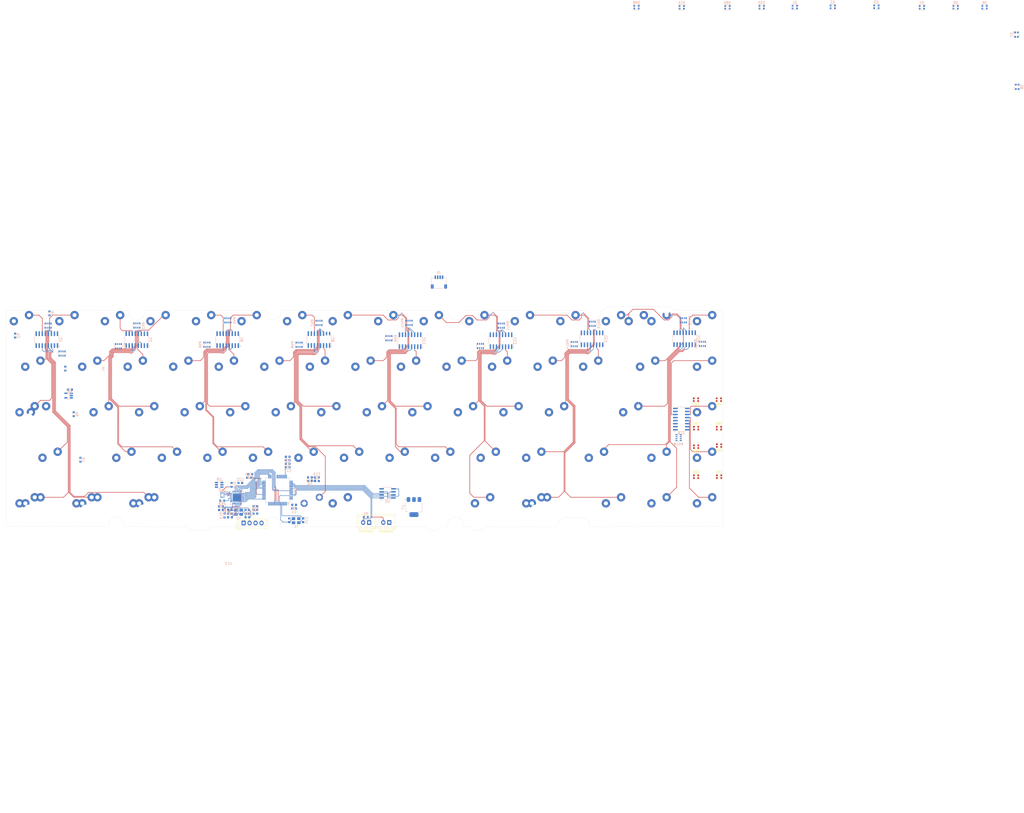
<source format=kicad_pcb>
(kicad_pcb (version 20240929) (generator "pcbnew") (generator_version "8.99")
  (layers (0 "F.Cu" signal) (2 "B.Cu" signal) (13 "F.Paste" user) (15 "B.Paste" user) (5 "F.SilkS" user "F.Silkscreen") (7 "B.SilkS" user "B.Silkscreen") (1 "F.Mask" user) (3 "B.Mask" user) (25 "Edge.Cuts" user))
  (net 0 "")
  (net 1 "+3.3V")
  (net 2 "GND")
  (net 3 "Net-(U3-PH0)")
  (net 4 "Net-(U3-PH1)")
  (net 5 "Net-(U3-VCAP_1)")
  (net 6 "Net-(U3-VCAP_2)")
  (net 7 "Net-(U13-XO)")
  (net 8 "Net-(U13-XI)")
  (net 9 "+5V")
  (net 10 "Net-(C23-Pad1)")
  (net 11 "Net-(U13-VDDA1.8)")
  (net 12 "Net-(D15-DOUT)")
  (net 13 "Net-(D15-DIN)")
  (net 14 "Net-(D33-DIN)")
  (net 15 "RGB")
  (net 16 "Net-(D83-DOUT)")
  (net 17 "Net-(D84-DOUT)")
  (net 18 "Net-(D85-DOUT)")
  (net 19 "Net-(D87-DOUT)")
  (net 20 "Net-(D91-DOUT)")
  (net 21 "Net-(D92-DOUT)")
  (net 22 "SWD")
  (net 23 "SWC")
  (net 24 "Net-(U3-BOOT0)")
  (net 25 "165_CS")
  (net 26 "Net-(U3-PC9)")
  (net 27 "GND1")
  (net 28 "USB_MUX")
  (net 29 "Net-(U13-VBUS)")
  (net 30 "Net-(U13-RBIAS)")
  (net 37 "t")
  (net 38 "y")
  (net 39 "u")
  (net 40 "i")
  (net 41 "o")
  (net 42 "p")
  (net 43 "[")
  (net 44 "]")
  (net 45 "\\")
  (net 46 "M2")
  (net 47 "RST")
  (net 48 "LATCH")
  (net 49 "SR_DOUT")
  (net 51 "SCK")
  (net 52 "Net-(U1-DS)")
  (net 53 "MISO")
  (net 54 "Data6")
  (net 56 "Data7")
  (net 59 "Data1")
  (net 63 "DIR")
  (net 68 "Data0")
  (net 71 "D+_FS")
  (net 72 "NXT")
  (net 73 "1")
  (net 75 "Data2")
  (net 76 "D-_FS")
  (net 77 "Data5")
  (net 78 "2")
  (net 81 "Data3")
  (net 82 "EEPROM")
  (net 83 "MOSI")
  (net 86 "STP")
  (net 87 "CLK")
  (net 90 "Data4")
  (net 92 "3")
  (net 93 "Net-(U4-DS)")
  (net 96 "Net-(U6-DS)")
  (net 97 "Net-(U11-Q7)")
  (net 99 "Net-(U10-D+)")
  (net 100 "Net-(U10-D-)")
  (net 101 "Net-(U10-1D-)")
  (net 102 "Net-(U10-1D+)")
  (net 103 "Net-(U11-DS)")
  (net 106 "Net-(U12-DS)")
  (net 110 "Net-(U14-DS)")
  (net 112 "Net-(U15-DS)")
  (net 115 "Net-(J5-Pin_3)")
  (net 116 "Net-(J5-Pin_2)")
  (net 117 "tab")
  (net 118 "q")
  (net 119 "w")
  (net 120 "e")
  (net 121 "cap")
  (net 122 "a")
  (net 123 "s")
  (net 124 "d")
  (net 125 "L_S")
  (net 126 "z")
  (net 127 "x")
  (net 128 "c")
  (net 129 "L_Ctrl")
  (net 130 "L_Win")
  (net 131 "L_alt")
  (net 143 "4")
  (net 144 "5")
  (net 145 "6")
  (net 146 "7")
  (net 147 "8")
  (net 148 "9")
  (net 149 "0")
  (net 150 "-")
  (net 151 "=")
  (net 153 "M1")
  (net 154 "r")
  (net 155 "f")
  (net 156 "v")
  (net 157 "g")
  (net 158 "h")
  (net 159 "j")
  (net 160 "k")
  (net 161 "l")
  (net 162 ";")
  (net 163 "'")
  (net 164 "enter")
  (net 165 "M3")
  (net 166 "b")
  (net 167 "n")
  (net 168 "m")
  (net 169 ",")
  (net 170 ".")
  (net 171 "{slash}")
  (net 172 "R_S")
  (net 173 "up")
  (net 174 "M4")
  (net 175 "space")
  (net 176 "R_Ctrl")
  (net 177 "R_alt")
  (net 178 "down")
  (net 179 "right")
  (net 180 "M5")
  (net 181 "backspace1")
  (net 182 "Net-(D88-DOUT)")
  (net 183 "Net-(D89-DOUT)")
  (net 184 "Net-(D1-DIN)")
  (net 185 "Net-(D1-DOUT)")
  (net 186 "Net-(D2-DOUT)")
  (net 187 "Net-(D3-DOUT)")
  (net 188 "Net-(D4-DOUT)")
  (net 189 "Net-(D5-DOUT)")
  (net 190 "Net-(D6-DOUT)")
  (net 191 "Net-(D7-DOUT)")
  (net 247 "esc")
  (net 248 "backspace")
  (footprint "MX_cherry:MXOnly-1.5U_N" (layer "F.Cu") (at 214.32 100.02)
    (property "Reference" "SW101" (hide yes))
    (property "Value" "SW_Push" (hide yes))
  )
  (footprint "MX_cherry:MXOnly-1U_N" (layer "F.Cu") (at 247.65 100.0125)
    (property "Reference" "SW88" (hide yes))
    (property "Value" "SW_Push" (hide yes))
  )
  (footprint "MX_cherry:MXOnly-1U_N" (layer "F.Cu") (at 66.675 42.8625)
    (property "Reference" "SW34" (hide yes))
    (property "Value" "SW_Push" (hide yes))
  )
  (footprint "MX_cherry:MXOnly-1U_N" (layer "F.Cu") (at 209.55 23.8125)
    (property "Reference" "SW27" (hide yes))
    (property "Value" "SW_Push" (hide yes))
  )
  (footprint "MX_cherry:MXOnly-1U_N" (layer "F.Cu") (at 100.0125 80.9625)
    (property "Reference" "SW65" (hide yes))
    (property "Value" "SW_Push" (hide yes))
  )
  (footprint "MX_cherry:MXOnly-1U_N" (layer "F.Cu") (at 47.625 42.8625)
    (property "Reference" "SW33" (hide yes))
    (property "Value" "SW_Push" (hide yes))
  )
  (footprint "LED_SMD:LED_WS2812B-2020_PLCC4_2.0x2.0mm" (layer "F.Cu") (at 291.19 86.31)
    (property "Reference" "D91")
    (property "Value" "WS2812B-2020")
  )
  (footprint "MX_cherry:MXOnly-1.5U_N" (layer "F.Cu") (at 261.938 42.8625)
    (property "Reference" "SW44" (hide yes))
    (property "Value" "SW_Push" (hide yes))
  )
  (footprint "MX_cherry:MXOnly-1U_N" (layer "F.Cu") (at 285.75 100.0125)
    (property "Reference" "SW90" (hide yes))
    (property "Value" "SW_Push" (hide yes))
  )
  (footprint "MX_cherry:MXOnly-1U_N" (layer "F.Cu") (at 28.575 42.8625)
    (property "Reference" "SW32" (hide yes))
    (property "Value" "SW_Push" (hide yes))
  )
  (footprint "MX_cherry:MXOnly-1.75U_N" (layer "F.Cu") (at 7.144 61.9125)
    (property "Reference" "SW46" (hide yes))
    (property "Value" "SW_Push" (hide yes))
  )
  (footprint "MX_cherry:MXOnly-1U_N" (layer "F.Cu") (at 133.35 23.8125)
    (property "Reference" "SW23" (hide yes))
    (property "Value" "SW_Push" (hide yes))
  )
  (footprint "LED_SMD:LED_WS2812B-2020_PLCC4_2.0x2.0mm" (layer "F.Cu") (at 291.17 73.31 180)
    (property "Reference" "D89")
    (property "Value" "WS2812B-2020")
  )
  (footprint "Connector_JST:JST_EH_B4B-EH-A_1x04_P2.50mm_Vertical" (layer "F.Cu") (at 92.3 105.7)
    (property "Reference" "J1")
    (property "Value" "Conn_01x04_Pin")
  )
  (footprint "MX_cherry:MXOnly-1U_N" (layer "F.Cu") (at 52.3875 61.9125)
    (property "Reference" "SW48" (hide yes))
    (property "Value" "SW_Push" (hide yes))
  )
  (footprint "MX_cherry:MXOnly-1U_N" (layer "F.Cu") (at 71.4375 61.9125)
    (property "Reference" "SW49" (hide yes))
    (property "Value" "SW_Push" (hide yes))
  )
  (footprint "MX_cherry:MXOnly-1U_N" (layer "F.Cu") (at 38.1 23.8125)
    (property "Reference" "SW18" (hide yes))
    (property "Value" "SW_Push" (hide yes))
  )
  (footprint "MX_cherry:MXOnly-1U_N" (layer "F.Cu") (at 128.5875 61.9125)
    (property "Reference" "SW52" (hide yes))
    (property "Value" "SW_Push" (hide yes))
  )
  (footprint "MX_cherry:MXOnly-1U_N" (layer "F.Cu") (at 85.725 42.8625)
    (property "Reference" "SW35" (hide yes))
    (property "Value" "SW_Push" (hide yes))
  )
  (footprint "MX_cherry:MXOnly-1.25U_N" (layer "F.Cu") (at 50.006 100.0125)
    (property "Reference" "SW78" (hide yes))
    (property "Value" "SW_Push" (hide yes))
  )
  (footprint "MX_cherry:MXOnly-1U_N" (layer "F.Cu") (at 28.61 100.015)
    (property "Reference" "SW97" (hide yes))
    (property "Value" "SW_Push" (hide yes))
  )
  (footprint "MX_cherry:MXOnly-1U_N" (layer "F.Cu") (at 195.2625 80.9625)
    (property "Reference" "SW70" (hide yes))
    (property "Value" "SW_Push" (hide yes))
  )
  (footprint "LED_SMD:LED_WS2812B-2020_PLCC4_2.0x2.0mm" (layer "F.Cu") (at 281.55 86.35)
    (property "Reference" "D92")
    (property "Value" "WS2812B-2020")
  )
  (footprint "MX_cherry:MXOnly-1.5U_N" (layer "F.Cu") (at 4.763 42.8625)
    (property "Reference" "SW31" (hide yes))
    (property "Value" "SW_Push" (hide yes))
  )
  (footprint "MX_cherry:MXOnly-1U_N" (layer "F.Cu") (at 76.2 23.8125)
    (property "Reference" "SW20" (hide yes))
    (property "Value" "SW_Push" (hide yes))
  )
  (footprint "MX_cherry:MXOnly-1U_N" (layer "F.Cu") (at 166.6875 61.9125)
    (property "Reference" "SW54" (hide yes))
    (property "Value" "SW_Push" (hide yes))
  )
  (footprint "MX_cherry:MXOnly-1.25U_N" (layer "F.Cu") (at 216.6935 100.0125)
    (property "Reference" "SW86" (hide yes))
    (property "Value" "SW_Push" (hide yes))
  )
  (footprint "LED_SMD:LED_WS2812B-2020_PLCC4_2.0x2.0mm" (layer "F.Cu") (at 281.58 73.77 180)
    (property "Reference" "D88")
    (property "Value" "WS2812B-2020")
  )
  (footprint "MX_cherry:MXOnly-1U_N" (layer "F.Cu") (at 190.5 23.8125)
    (property "Reference" "SW26" (hide yes))
    (property "Value" "SW_Push" (hide yes))
  )
  (footprint "MX_cherry:MXOnly-1U_N" (layer "F.Cu") (at 266.7 80.9625)
    (property "Reference" "SW73" (hide yes))
    (property "Value" "SW_Push" (hide yes))
  )
  (footprint "MX_cherry:MXOnly-1U_N" (layer "F.Cu") (at 119.0625 80.9625)
    (property "Reference" "SW66" (hide yes))
    (property "Value" "SW_Push" (hide yes))
  )
  (footprint "MX_cherry:MXOnly-1U_N" (layer "F.Cu") (at 57.15 23.8125)
    (property "Reference" "SW19" (hide yes))
    (property "Value" "SW_Push" (hide yes))
  )
  (footprint "MX_cherry:MXOnly-1U_N" (layer "F.Cu") (at 90.4875 61.9125)
    (property "Reference" "SW50" (hide yes))
    (property "Value" "SW_Push" (hide yes))
  )
  (footprint "MX_cherry:MXOnly-1U_N" (layer "F.Cu") (at 138.1125 80.9625)
    (property "Reference" "SW67" (hide yes))
    (property "Value" "SW_Push" (hide yes))
  )
  (footprint "MX_cherry:MXOnly-7U-ReversedStabilizers_N" (layer "F.Cu") (at 133.36 100.015)
    (property "Reference" "SW99" (hide yes))
    (property "Value" "SW_Push" (hide yes))
  )
  (footprint "LED_SMD:LED_WS2812B-2020_PLCC4_2.0x2.0mm" (layer "F.Cu") (at 281.57 66.02)
    (property "Reference" "D87")
    (property "Value" "WS2812B-2020" (hide yes))
  )
  (footprint "MX_cherry:MXOnly-1U_N" (layer "F.Cu") (at 223.8375 61.9125)
    (property "Reference" "SW57" (hide yes))
    (property "Value" "SW_Push" (hide yes))
  )
  (footprint "MX_cherry:MXOnly-1U_N" (layer "F.Cu") (at 200.025 42.8625)
    (property "Reference" "SW41" (hide yes))
    (property "Value" "SW_Push" (hide yes))
  )
  (footprint "MX_cherry:MXOnly-1U_N" (layer "F.Cu") (at 109.5375 61.9125)
    (property "Reference" "SW51" (hide yes))
    (property "Value" "SW_Push" (hide yes))
  )
  (footprint "MX_cherry:MXOnly-6.25U-FLIPPED-ReversedStabilizers_N" (layer "F.Cu") (at 121.4435 100.0125)
    (property "Reference" "SW82" (hide yes))
    (property "Value" "SW_Push" (hide yes))
  )
  (footprint "MX_cherry:MXOnly-1U_N" (layer "F.Cu") (at 171.45 23.8125)
    (property "Reference" "SW25" (hide yes))
    (property "Value" "SW_Push" (hide yes))
  )
  (footprint "MX_cherry:MXOnly-1U_N" (layer "F.Cu") (at 228.6 23.8125)
    (property "Reference" "SW28" (hide yes))
    (property "Value" "SW_Push" (hide yes))
  )
  (footprint "MX_cherry:MXOnly-1.75U_N" (layer "F.Cu") (at 240.5065 80.9625)
    (property "Reference" "SW72" (hide yes))
    (property "Value" "SW_Push" (hide yes))
  )
  (footprint "MX_cherry:MXOnly-1U_N" (layer "F.Cu") (at 266.7 100.0125)
    (property "Reference" "SW89" (hide yes))
    (property "Value" "SW_Push" (hide yes))
  )
  (footprint "Connector_JST:JST_XH_B2B-XH-A_1x02_P2.50mm_Vertical" (layer "F.Cu") (at 144.81 105.49 180)
    (property "Reference" "SWboot1")
    (property "Value" "SW_Push")
  )
  (footprint "MX_cherry:MXOnly-1U_N" (layer "F.Cu") (at 142.875 42.8625)
    (property "Reference" "SW38" (hide yes))
    (property "Value" "SW_Push" (hide yes))
  )
  (footprint "LED_SMD:LED_WS2812B-2020_PLCC4_2.0x2.0mm" (layer "F.Cu") (at 291.12 66.04)
    (property "Reference" "D85")
    (property "Value" "WS2812B-2020")
  )
  (footprint "MX_cherry:MXOnly-1U_N" (layer "F.Cu") (at 0 23.8125)
    (property "Reference" "SW16" (hide yes))
    (property "Value" "SW_Push" (hide yes))
  )
  (footprint "MX_cherry:MXOnly-1U_N" (layer "F.Cu") (at 180.975 42.8625)
    (property "Reference" "SW40" (hide yes))
    (property "Value" "SW_Push" (hide yes))
  )
  (footprint "MX_cherry:MXOnly-1U_N" (layer "F.Cu") (at 285.75 61.9125)
    (property "Reference" "SW60" (hide yes))
    (property "Value" "SW_Push" (hide yes))
  )
  (footprint "MX_cherry:MXOnly-1U_N" (layer "F.Cu") (at 185.7375 61.9125)
    (property "Reference" "SW55" (hide yes))
    (property "Value" "SW_Push" (hide yes))
  )
  (footprint "MX_cherry:MXOnly-1.25U_N" (layer "F.Cu") (at 2.381 100.0125)
    (property "Reference" "SW76" (hide yes))
    (property "Value" "SW_Push" (hide yes))
  )
  (footprint "MX_cherry:MXOnly-1.5U_N" (layer "F.Cu") (at 4.81 100.02)
    (property "Reference" "SW96" (hide yes))
    (property "Value" "SW_Push" (hide yes))
  )
  (footprint "MX_cherry:MXOnly-1U_N" (layer "F.Cu") (at 285.75 80.9625)
    (property "Reference" "SW75" (hide yes))
    (property "Value" "SW_Push" (hide yes))
  )
  (footprint "MX_cherry:MXOnly-1U_N" (layer "F.Cu") (at 214.3125 80.9625)
    (property "Reference" "SW71" (hide yes))
    (property "Value" "SW_Push" (hide yes))
  )
  (footprint "MX_cherry:MXOnly-1U_N" (layer "F.Cu") (at 266.7 23.8125)
    (property "Reference" "SW87" (hide yes))
    (property "Value" "SW_Push" (hide yes))
  )
  (footprint "MX_cherry:MXOnly-1.5U_N" (layer "F.Cu") (at 52.4 100.03)
    (property "Reference" "SW98" (hide yes))
    (property "Value" "SW_Push" (hide yes))
  )
  (footprint "Connector_JST:JST_XH_B2B-XH-A_1x02_P2.50mm_Vertical" (layer "F.Cu") (at 153.22 105.49 180)
    (property "Reference" "SWboot2")
    (property "Value" "SW_Push")
  )
  (footprint "MX_cherry:MXOnly-1U_N" (layer "F.Cu") (at 33.3375 61.9125)
    (property "Reference" "SW47" (hide yes))
    (property "Value" "SW_Push" (hide yes))
  )
  (footprint "MX_cherry:MXOnly-1U_N" (layer "F.Cu") (at 123.825 42.8625)
    (property "Reference" "SW37" (hide yes))
    (property "Value" "SW_Push" (hide yes))
  )
  (footprint "MX_cherry:MXOnly-1U_N" (layer "F.Cu") (at 204.7875 61.9125)
    (property "Reference" "SW56" (hide yes))
    (property "Value" "SW_Push" (hide yes))
  )
  (footprint "MX_cherry:MXOnly-1U_N" (layer "F.Cu") (at 95.25 23.8125)
    (property "Reference" "SW21" (hide yes))
    (property "Value" "SW_Push" (hide yes))
  )
  (footprint "MX_cherry:MXOnly-1U_N" (layer "F.Cu") (at 161.925 42.8625)
    (property "Reference" "SW39" (hide yes))
    (property "Value" "SW_Push" (hide yes))
  )
  (footprint "MX_cherry:MXOnly-2.25U_N" (layer "F.Cu") (at 11.9806 80.9625)
    (property "Reference" "SW61" (hide yes))
    (property "Value" "SW_Push" (hide yes))
  )
  (footprint "MX_cherry:MXOnly-1U_N" (layer "F.Cu") (at 285.75 42.8625)
    (property "Reference" "SW45" (hide yes))
    (property "Value" "SW_Push" (hide yes))
  )
  (footprint "MX_cherry:MXOnly-1U_N" (layer "F.Cu") (at 147.6375 61.9125)
    (property "Reference" "SW53" (hide yes))
    (property "Value" "SW_Push" (hide yes))
  )
  (footprint "LED_SMD:LED_WS2812B-2020_PLCC4_2.0x2.0mm" (layer "F.Cu") (at 281.5 54.11 180)
    (property "Reference" "D83")
    (property "Value" "WS2812B-2020")
  )
  (footprint "LED_SMD:LED_WS2812B-2020_PLCC4_2.0x2.0mm" (layer "F.Cu") (at 291.08 54.11 180)
    (property "Reference" "D84")
    (property "Value" "WS2812B-2020")
  )
  (footprint "MX_cherry:MXOnly-1U_N" (layer "F.Cu") (at 176.2125 80.9625)
    (property "Reference" "SW69" (hide yes))
    (property "Value" "SW_Push" (hide yes))
  )
  (footprint "MX_cherry:MXOnly-1U_N" (layer "F.Cu") (at 114.3 23.8125)
    (property "Reference" "SW22" (hide yes))
    (property "Value" "SW_Push" (hide yes))
  )
  (footprint "MX_cherry:MXOnly-1U_N" (layer "F.Cu") (at 285.75 23.8125)
    (property "Reference" "SW30" (hide yes))
    (property "Value" "SW_Push" (hide yes))
  )
  (footprint "MX_cherry:MXOnly-1U_N" (layer "F.Cu") (at 157.1625 80.9625)
    (property "Reference" "SW68" (hide yes))
    (property "Value" "SW_Push" (hide yes))
  )
  (footprint "MX_cherry:MXOnly-1U_N" (layer "F.Cu") (at 19.05 23.8125)
    (property "Reference" "SW17" (hide yes))
    (property "Value" "SW_Push" (hide yes))
  )
  (footprint "MX_cherry:MXOnly-1.25U_N" (layer "F.Cu") (at 2.381 61.9125)
    (property "Reference" "SW100" (hide yes))
    (property "Value" "SW_Push" (hide yes))
  )
  (footprint "MX_cherry:MXOnly-1U_N" (layer "F.Cu") (at 238.125 42.8625)
    (property "Reference" "SW43" (hide yes))
    (property "Value" "SW_Push" (hide yes))
  )
  (footprint "MX_cherry:MXOnly-2.25U_N" (layer "F.Cu") (at 254.8681 61.9125)
    (property "Reference" "SW58" (hide yes))
    (property "Value" "SW_Push" (hide yes))
  )
  (footprint "MX_cherry:MXOnly-1U_N" (layer "F.Cu") (at 80.9625 80.9625)
    (property "Reference" "SW64" (hide yes))
    (property "Value" "SW_Push" (hide yes))
  )
  (footprint "MX_cherry:MXOnly-1U_N" (layer "F.Cu") (at 61.9125 80.9625)
    (property "Reference" "SW63" (hide yes))
    (property "Value" "SW_Push" (hide yes))
  )
  (footprint "MX_cherry:MXOnly-1.25U_N" (layer "F.Cu") (at 26.1935 100.0125)
    (property "Reference" "SW77" (hide yes))
    (property "Value" "SW_Push" (hide yes))
  )
  (footprint "MX_cherry:MXOnly-1U_N" (layer "F.Cu") (at 104.775 42.8625)
    (property "Reference" "SW36" (hide yes))
    (property "Value" "SW_Push" (hide yes))
  )
  (footprint "MX_cherry:MXOnly-2U_N" (layer "F.Cu") (at 257.175 23.8125)
    (property "Reference" "SW1001" (hide yes))
    (property "Value" "SW_Push" (hide yes))
  )
  (footprint "MX_cherry:MXOnly-1U_N" (layer "F.Cu") (at 152.4 23.8125)
    (property "Reference" "SW24" (hide yes))
    (property "Value" "SW_Push" (hide yes))
  )
  (footprint "MX_cherry:MXOnly-1U_N" (layer "F.Cu") (at 247.65 23.8125)
    (property "Reference" "SW29" (hide yes))
    (property "Value" "SW_Push" (hide yes))
  )
  (footprint "MX_cherry:MXOnly-1.25U_N" (layer "F.Cu") (at 192.881 100.0125)
    (property "Reference" "SW85" (hide yes))
    (property "Value" "SW_Push" (hide yes))
  )
  (footprint "MX_cherry:MXOnly-1U_N" (layer "F.Cu") (at 42.8625 80.9625)
    (property "Reference" "SW62" (hide yes))
    (property "Value" "SW_Push" (hide yes))
  )
  (footprint "MX_cherry:MXOnly-1U_N" (layer "F.Cu") (at 219.075 42.8625)
    (property "Reference" "SW42" (hide yes))
    (property "Value" "SW_Push" (hide yes))
  )
  (footprint "Capacitor_SMD:C_0603_1608Metric" (layer "B.Cu") (at 117.2 104.55 90)
    (property "Value" "9pf")
    (property "Reference" "C14")
  )
  (footprint "Resistor_SMD:R_Array_Convex_4x0603" (layer "B.Cu") (at 115.5 31.14 -90)
    (property "Reference" "RN8")
    (property "Value" "R_Pack04")
  )
  (footprint "Capacitor_SMD:C_0603_1608Metric" (layer "B.Cu") (at 93.9 103.3 180)
    (property "Reference" "C24")
    (property "Value" "1uF")
  )
  (footprint "Capacitor_SMD:C_0603_1608Metric" (layer "B.Cu") (at 122.98 88.13 180)
    (property "Reference" "C3")
    (property "Value" "0.1uF")
  )
  (footprint "Package_DFN_QFN:QFN-32-1EP_5x5mm_P0.5mm_EP3.45x3.45mm" (layer "B.Cu") (at 89.45 95.05)
    (property "Reference" "U13")
    (property "Value" "USB3300-EZK")
  )
  (footprint "Capacitor_SMD:C_0603_1608Metric" (layer "B.Cu") (at 113.425 98.09)
    (property "Reference" "C5")
    (property "Value" "0.1uF")
  )
  (footprint "LED_SMD:LED_WS2812B-2020_PLCC4_2.0x2.0mm" (layer "B.Cu") (at 275.56 -109.98 180)
    (property "Reference" "D15")
    (property "Value" "WS2812B-2020" (hide yes))
  )
  (footprint "Package_SO:SOP-16_3.9x9.9mm_P1.27mm" (layer "B.Cu") (at 10 29 90)
    (property "Reference" "U1")
    (property "Value" "74HC165")
  )
  (footprint "Capacitor_SMD:C_0603_1608Metric" (layer "B.Cu") (at 120.02 86.63)
    (property "Reference" "C10")
    (property "Value" "0.1uF")
  )
  (footprint "Capacitor_SMD:C_0603_1608Metric" (layer "B.Cu") (at 120.02 88.13)
    (property "Reference" "C9")
    (property "Value" "1uF")
  )
  (footprint "LED_SMD:LED_WS2812B-2020_PLCC4_2.0x2.0mm" (layer "B.Cu") (at 322.84 -110.09 180)
    (property "Reference" "D1")
    (property "Value" "WS2812B-2020")
  )
  (footprint "Resistor_SMD:R_0603_1608Metric" (layer "B.Cu") (at 84.3 102.55 -90)
    (property "Reference" "R13")
    (property "Value" "1k")
  )
  (footprint "Resistor_SMD:R_Array_Convex_4x0603" (layer "B.Cu") (at 200.04 23.14 90)
    (property "Reference" "RN11")
    (property "Value" "R_Pack04")
  )
  (footprint "Package_DFN_QFN:Texas_UQFN-10_1.5x2mm_P0.5mm" (layer "B.Cu") (at 83.425 94.1 180)
    (property "Reference" "U10")
    (property "Value" "TS3USB221RSER" (hide yes))
  )
  (footprint "Capacitor_SMD:C_0603_1608Metric" (layer "B.Cu") (at 110.735 79.46)
    (property "Reference" "C7")
    (property "Value" "1uF")
  )
  (footprint "Resistor_SMD:R_0603_1608Metric" (layer "B.Cu") (at -3.26 27.3 90)
    (property "Reference" "R3")
    (property "Value" "10k")
  )
  (footprint "Capacitor_SMD:C_0603_1608Metric" (layer "B.Cu") (at 87.3 100.975 90)
    (property "Reference" "C21")
    (property "Value" "9pf")
  )
  (footprint "Resistor_SMD:R_Array_Convex_4x0603" (layer "B.Cu") (at 39.88 31.75 90)
    (property "Reference" "RN4")
    (property "Value" "R_Pack04")
  )
  (footprint "Capacitor_SMD:C_0603_1608Metric" (layer "B.Cu") (at 86.6 103.3 180)
    (property "Reference" "C25")
    (property "Value" "1uF")
  )
  (footprint "Package_TO_SOT_SMD:SOT-223-3_TabPin2" (layer "B.Cu") (at 163.55 99.025 -90)
    (property "Reference" "U7")
    (property "Value" "AMS1117")
  )
  (footprint "Resistor_SMD:R_Array_Convex_4x0603" (layer "B.Cu") (at 274.26 69.965)
    (property "Reference" "RN18")
    (property "Value" "R_Pack04")
  )
  (footprint "Resistor_SMD:R_0603_1608Metric" (layer "B.Cu") (at 143.405 103.15 180)
    (property "Reference" "R1")
    (property "Value" "10k")
  )
  (footprint "Package_SO:SOP-16_3.9x9.9mm_P1.27mm" (layer "B.Cu") (at 275.4 62.225)
    (property "Reference" "U16")
    (property "Value" "74HC165")
  )
  (footprint "Connector_JST:JST_SH_SM04B-SRSS-TB_1x04-1MP_P1.00mm_Horizontal" (layer "B.Cu") (at 174 4.9 180)
    (property "Reference" "J5")
    (property "Value" "Conn_01x04_Pin")
  )
  (footprint "Resistor_SMD:R_Array_Convex_4x0603" (layer "B.Cu") (at 16.36 34.8 -90)
    (property "Reference" "RN2" (hide yes))
    (property "Value" "R_Pack04" (hide yes))
  )
  (footprint "Resistor_SMD:R_Array_Convex_4x0603" (layer "B.Cu") (at 191.33 31.66 -90)
    (property "Reference" "RN12" (hide yes))
    (property "Value" "R_Pack04")
  )
  (footprint "Capacitor_SMD:C_0603_1608Metric" (layer "B.Cu") (at 122.97 86.62 180)
    (property "Reference" "C13")
    (property "Value" "1uF")
  )
  (footprint "Package_SO:SOP-16_3.9x9.9mm_P1.27mm" (layer "B.Cu") (at 123.82 28.96 90)
    (property "Reference" "U8")
    (property "Value" "74HC165")
  )
  (footprint "Resistor_SMD:R_Array_Convex_4x0603" (layer "B.Cu") (at 238.075 22.36 90)
    (property "Reference" "RN13")
    (property "Value" "R_Pack04")
  )
  (footprint "Resistor_SMD:R_Array_Convex_4x0603" (layer "B.Cu") (at 161.5 21.97 -90)
    (property "Reference" "RN10")
    (property "Value" "R_Pack04")
  )
  (footprint "LED_SMD:LED_WS2812B-2020_PLCC4_2.0x2.0mm" (layer "B.Cu") (at 415.88 -76.745 90)
    (property "Reference" "D8")
    (property "Value" "WS2812B-2020")
  )
  (footprint "Resistor_SMD:R_Array_Convex_4x0603" (layer "B.Cu") (at 47.65 23.09 90)
    (property "Reference" "RN3")
    (property "Value" "R_Pack04")
  )
  (footprint "Package_SO:SOP-16_3.9x9.9mm_P1.27mm" (layer "B.Cu") (at 47.62 28.99 90)
    (property "Reference" "U4")
    (property "Value" "74HC165")
  )
  (footprint "Capacitor_SMD:C_0603_1608Metric" (layer "B.Cu") (at 94.51 86.74 180)
    (property "Reference" "C16")
    (property "Value" "2.2uF")
  )
  (footprint "Capacitor_SMD:C_0603_1608Metric" (layer "B.Cu") (at 82.825 100.25 180)
    (property "Reference" "C2")
    (property "Value" "0.1uF")
  )
  (footprint "Package_SO:SOP-16_3.9x9.9mm_P1.27mm" (layer "B.Cu") (at 161.93 29.43 90)
    (property "Reference" "U11")
    (property "Value" "74HC165")
  )
  (footprint "Capacitor_SMD:C_0603_1608Metric" (layer "B.Cu") (at 97.225 101.75 180)
    (property "Reference" "C12")
    (property "Value" "0.1uF")
  )
  (footprint "Resistor_SMD:R_0603_1608Metric" (layer "B.Cu") (at 21.24 60.175 90)
    (property "Reference" "R6")
    (property "Value" "0")
  )
  (footprint "LED_SMD:LED_WS2812B-2020_PLCC4_2.0x2.0mm" (layer "B.Cu") (at 390.115 -110.03 180)
    (property "Reference" "D5")
    (property "Value" "WS2812B-2020")
  )
  (footprint "Resistor_SMD:R_0603_1608Metric" (layer "B.Cu") (at 17.72 41.115 90)
    (property "Reference" "R4")
    (property "Value" "0")
  )
  (footprint "Resistor_SMD:R_0603_1608Metric" (layer "B.Cu") (at 87.28 89.74 90)
    (property "Reference" "R10")
    (property "Value" "10k")
  )
  (footprint "Package_QFP:LQFP-64_10x10mm_P0.5mm" (layer "B.Cu") (at 106.5 91.95 90)
    (property "Reference" "U3")
    (property "Value" "STM32F405RGTx")
  )
  (footprint "Resistor_SMD:R_0603_1608Metric" (layer "B.Cu") (at 11.09 18 90)
    (property "Reference" "R5")
    (property "Value" "0")
  )
  (footprint "Resistor_SMD:R_Array_Convex_4x0603" (layer "B.Cu") (at 284.18 30.78 -90)
    (property "Reference" "RN16")
    (property "Value" "R_Pack04")
  )
  (footprint "Resistor_SMD:R_Array_Convex_4x0603" (layer "B.Cu") (at 10.525 23.14 90)
    (property "Reference" "RN1" (hide yes))
    (property "Value" "R_Pack04" (hide yes))
  )
  (footprint "LED_SMD:LED_WS2812B-2020_PLCC4_2.0x2.0mm" (layer "B.Cu") (at 256.63 -110.06 180)
    (property "Reference" "D98")
    (property "Value" "WS2812B-2020")
  )
  (footprint "Resistor_SMD:R_0603_1608Metric" (layer "B.Cu") (at 19.675 49.9)
    (property "Reference" "R2")
    (property "Value" "10k")
  )
  (footprint "Capacitor_SMD:C_0603_1608Metric" (layer "B.Cu") (at 93.1 101 90)
    (property "Reference" "C20")
    (property "Value" "9pf")
  )
  (footprint "Capacitor_SMD:C_0603_1608Metric" (layer "B.Cu") (at 97.2 98.65)
    (property "Reference" "C19")
    (property "Value" "1uF")
  )
  (footprint "Capacitor_SMD:C_0603_1608Metric" (layer "B.Cu") (at 82.825 98.75 180)
    (property "Reference" "C1")
    (property "Value" "0.1uF")
  )
  (footprint "LED_SMD:LED_WS2812B-2020_PLCC4_2.0x2.0mm" (layer "B.Cu") (at 356.985 -110.22 180)
    (property "Reference" "D3")
    (property "Value" "WS2812B-2020")
  )
  (footprint "Capacitor_SMD:C_0603_1608Metric" (layer "B.Cu") (at 110.735 78)
    (property "Reference" "C8")
    (property "Value" "0.1uF")
  )
  (footprint "Capacitor_SMD:C_0603_1608Metric" (layer "B.Cu") (at 90.925 88.95 180)
    (property "Reference" "C22")
    (property "Value" "1uF")
  )
  (footprint "Package_SO:SOP-16_3.9x9.9mm_P1.27mm" (layer "B.Cu") (at 276.785 28.6 90)
    (property "Reference" "U15")
    (property "Value" "74HC165")
  )
  (footprint "Package_SO:SOIC-8_3.9x4.9mm_P1.27mm" (layer "B.Cu") (at 152.5 93.3)
    (property "Reference" "U5")
    (property "Value" "MB85RS16")
  )
  (footprint "Resistor_SMD:R_Array_Convex_4x0603" (layer "B.Cu") (at 85.71 20.93 90)
    (property "Reference" "RN5")
    (property "Value" "R_Pack04")
  )
  (footprint "Crystal:Crystal_SMD_3225-4Pin_3.2x2.5mm" (layer "B.Cu") (at 114.3 104.725)
    (property "Reference" "Y1")
    (property "Value" "Crystal_GND24_Small")
  )
  (footprint "Capacitor_SMD:C_0603_1608Metric" (layer "B.Cu") (at 110.74 82.37)
    (property "Reference" "C17")
    (property "Value" "2.2uF")
  )
  (footprint "Capacitor_SMD:C_0603_1608Metric" (layer "B.Cu") (at 97.225 100.23 180)
    (property "Reference" "C11")
    (property "Value" "1uF")
  )
  (footprint "Capacitor_SMD:C_0603_1608Metric" (layer "B.Cu") (at 111.4 104.55 -90)
    (property "Reference" "C15" (hide yes))
    (property "Value" "9pf")
  )
  (footprint "LED_SMD:LED_WS2812B-2020_PLCC4_2.0x2.0mm" (layer "B.Cu") (at 402.205 -110.04 180)
    (property "Reference" "D6")
    (property "Value" "WS2812B-2020")
  )
  (footprint "Package_SO:SOP-16_3.9x9.9mm_P1.27mm" (layer "B.Cu") (at 238.045 28.65 90)
    (property "Reference" "U14")
    (property "Value" "74HC165")
  )
  (footprint "Package_TO_SOT_SMD:SOT-23-6" (layer "B.Cu") (at 82.08 89.7175 180)
    (property "Reference" "U9")
    (property "Value" "USBLC6-2SC6")
  )
  (footprint "Resistor_SMD:R_Array_Convex_4x0603" (layer "B.Cu") (at 76.94 31.12 -90)
    (property "Reference" "RN6")
    (property "Value" "R_Pack04")
  )
  (footprint "Resistor_SMD:R_0603_1608Metric" (layer "B.Cu") (at 24.05 79.235 90)
    (property "Reference" "R7")
    (property "Value" "0")
  )
  (footprint "Package_TO_SOT_SMD:SOT-23-5" (layer "B.Cu") (at 19.1 52.4 180)
    (property "Reference" "U2")
    (property "Value" "SN74LVC1G125DBV")
  )
  (footprint "Resistor_SMD:R_Array_Convex_4x0603" (layer "B.Cu") (at 230.57 30.86 -90)
    (property "Reference" "RN14")
    (property "Value" "R_Pack04")
  )
  (footprint "Resistor_SMD:R_Array_Convex_4x0603" (layer "B.Cu") (at 123.82 22 -90)
    (property "Reference" "RN7")
    (property "Value" "R_Pack04")
  )
  (footprint "Capacitor_SMD:C_0603_1608Metric" (layer "B.Cu") (at 113.425 99.62)
    (property "Reference" "C4")
    (property "Value" "0.1uF")
  )
  (footprint "Capacitor_SMD:C_0603_1608Metric" (layer "B.Cu") (at 95.09 85.26)
    (property "Reference" "C18")
    (property "Value" "1uF")
  )
  (footprint "LED_SMD:LED_WS2812B-2020_PLCC4_2.0x2.0mm" (layer "B.Cu") (at 376 -110 180)
    (property "Reference" "D4")
    (property "Value" "WS2812B-2020")
  )
  (footprint "LED_SMD:LED_WS2812B-2020_PLCC4_2.0x2.0mm" (layer "B.Cu") (at 308.995 -110.05 180)
    (property "Reference" "D33")
    (property "Value" "WS2812B-2020")
  )
  (footprint "LED_SMD:LED_WS2812B-2020_PLCC4_2.0x2.0mm" (layer "B.Cu") (at 294.675 -110 180)
    (property "Reference" "D80")
    (property "Value" "WS2812B-2020")
  )
  (footprint "Capacitor_SMD:C_0603_1608Metric" (layer "B.Cu") (at 110.735 80.91)
    (property "Reference" "C6")
    (property "Value" "0.1uF")
  )
  (footprint "Resistor_SMD:R_0603_1608Metric" (layer "B.Cu") (at 85.8 100.95 -90)
    (property "Reference" "R11")
    (property "Value" "1k")
  )
  (footprint "LED_SMD:LED_WS2812B-2020_PLCC4_2.0x2.0mm" (layer "B.Cu") (at 338.715 -110.18 180)
    (property "Reference" "D2")
    (property "Value" "WS2812B-2020")
  )
  (footprint "Package_SO:SOP-16_3.9x9.9mm_P1.27mm" (layer "B.Cu") (at 85.645 28.99 90)
    (property "Reference" "U6")
    (property "Value" "74HC165")
  )
  (footprint "Capacitor_SMD:C_0603_1608Metric" (layer "B.Cu") (at 94.6 101 -90)
    (property "Reference" "C23" (hide yes))
    (property "Value" "1uF")
  )
  (footprint "Resistor_SMD:R_Array_Convex_4x0603" (layer "B.Cu") (at 153.07 28.4 90)
    (property "Reference" "RN9")
    (property "Value" "R_Pack04")
  )
  (footprint "Package_SO:SOP-16_3.9x9.9mm_P1.27mm" (layer "B.Cu") (at 199.965 29.45 90)
    (property "Reference" "U12")
    (property "Value" "74HC165")
  )
  (footprint "Resistor_SMD:R_Array_Convex_4x0603" (layer "B.Cu") (at 276.23 20.91 90)
    (property "Reference" "RN15")
    (property "Value" "R_Pack04")
  )
  (footprint "LED_SMD:LED_WS2812B-2020_PLCC4_2.0x2.0mm" (layer "B.Cu") (at 415.57 -98.58 -90)
    (property "Reference" "D7")
    (property "Value" "WS2812B-2020" (hide yes))
  )
  (footprint "Crystal:Crystal_SMD_3225-4Pin_3.2x2.5mm" (layer "B.Cu") (at 90.2 101.2)
    (property "Reference" "Y2")
    (property "Value" "24mhz")
  )
  (footprint "Resistor_SMD:R_0603_1608Metric" (layer "B.Cu") (at 83.375 96.35)
    (property "Reference" "R12")
    (property "Value" "1k")
  )
  (gr_line (start 189 108.8) (end 187.8 107.2) (stroke (width 0.05)) (layer "Edge.Cuts"))
  (gr_line (start 192.1 108.8) (end 193.3 107.2) (stroke (width 0.05)) (layer "Edge.Cuts"))
  (gr_line (start 101.6753 17.05) (end 101.6753 17.625) (stroke (width 0.05)) (layer "Edge.Cuts"))
  (gr_line (start 173 108.8) (end 174.2 107.2) (stroke (width 0.05)) (layer "Edge.Cuts"))
  (gr_arc (start 234.257802 103.528628) (mid 236.215983 104.340598) (end 237.025 106.3) (stroke (width 0.05)) (layer "Edge.Cuts"))
  (gr_arc (start 241.648791 17.625) (mid 238.523791 20.75) (end 235.398791 17.625) (stroke (width 0.05)) (layer "Edge.Cuts"))
  (gr_line (start 177.775 106.325) (end 177.775 106.9) (stroke (width 0.05)) (layer "Edge.Cuts"))
  (gr_arc (start 241.648791 17.05) (mid 241.736661 16.837864) (end 241.948791 16.75) (stroke (width 0.05)) (layer "Edge.Cuts"))
  (gr_arc (start 223.9 106.875) (mid 223.812133 107.087133) (end 223.6 107.175) (stroke (width 0.05)) (layer "Edge.Cuts"))
  (gr_line (start 169.9 108.8) (end 173 108.8) (stroke (width 0.05)) (layer "Edge.Cuts"))
  (gr_line (start 77.8 108.8) (end 79 107.2) (stroke (width 0.05)) (layer "Edge.Cuts"))
  (gr_line (start 241.951123 16.75) (end 242.4 16.75) (stroke (width 0.05)) (layer "Edge.Cuts"))
  (gr_line (start 244.225 15.175) (end 270.625 15.175) (stroke (width 0.05)) (layer "Edge.Cuts"))
  (gr_arc (start 101.3753 16.75) (mid 101.587432 16.837868) (end 101.6753 17.05) (stroke (width 0.05)) (layer "Edge.Cuts"))
  (gr_arc (start 107.9253 17.625) (mid 104.8003 20.75) (end 101.6753 17.625) (stroke (width 0.05)) (layer "Edge.Cuts"))
  (gr_arc (start 101.459025 106.325) (mid 104.584025 103.2) (end 107.709025 106.325) (stroke (width 0.05)) (layer "Edge.Cuts"))
  (gr_line (start 42.096995 106.85) (end 42.096995 106.275) (stroke (width 0.05)) (layer "Edge.Cuts"))
  (gr_arc (start 184.183233 17.625) (mid 181.058233 20.75) (end 177.933233 17.625) (stroke (width 0.05)) (layer "Edge.Cuts"))
  (gr_arc (start 44.225 16.75) (mid 44.437132 16.837868) (end 44.525 17.05) (stroke (width 0.05)) (layer "Edge.Cuts"))
  (gr_line (start 50.775 17.625) (end 50.775 17.05) (stroke (width 0.05)) (layer "Edge.Cuts"))
  (gr_line (start 184.183233 17.625) (end 184.183233 17.05) (stroke (width 0.05)) (layer "Edge.Cuts"))
  (gr_line (start 237.025 106.875) (end 237.025 106.3) (stroke (width 0.05)) (layer "Edge.Cuts"))
  (gr_arc (start 237.325 107.175) (mid 237.11285 107.087142) (end 237.025 106.875) (stroke (width 0.05)) (layer "Edge.Cuts"))
  (gr_line (start 223.6 107.175) (end 193.3 107.2) (stroke (width 0.05)) (layer "Edge.Cuts"))
  (gr_arc (start 50.775 17.05) (mid 50.862868 16.837868) (end 51.075 16.75) (stroke (width 0.05)) (layer "Edge.Cuts"))
  (gr_arc (start 223.9 106.3) (mid 224.71197 104.341819) (end 226.671372 103.532802) (stroke (width 0.05)) (layer "Edge.Cuts"))
  (gr_line (start 177.475 107.2) (end 174.2 107.2) (stroke (width 0.05)) (layer "Edge.Cuts"))
  (gr_line (start 292.825 107.1) (end 292.825 16.725) (stroke (width 0.05)) (layer "Edge.Cuts"))
  (gr_line (start 169.9 108.8) (end 168.7 107.2) (stroke (width 0.05)) (layer "Edge.Cuts"))
  (gr_arc (start 184.183233 17.05) (mid 184.271103 16.837864) (end 184.483233 16.75) (stroke (width 0.05)) (layer "Edge.Cuts"))
  (gr_arc (start 50.775 17.625) (mid 47.65 20.75) (end 44.525 17.625) (stroke (width 0.05)) (layer "Edge.Cuts"))
  (gr_line (start 44.525 17.05) (end 44.525 17.625) (stroke (width 0.05)) (layer "Edge.Cuts"))
  (gr_line (start 272.3 16.725) (end 292.825 16.725) (stroke (width 0.05)) (layer "Edge.Cuts"))
  (gr_arc (start 235.098791 16.75) (mid 235.310923 16.837868) (end 235.398791 17.05) (stroke (width 0.05)) (layer "Edge.Cuts"))
  (gr_line (start 108.2253 16.75) (end 177.6332 16.75) (stroke (width 0.05)) (layer "Edge.Cuts"))
  (gr_line (start 184.025 106.9) (end 184.025 106.325) (stroke (width 0.05)) (layer "Edge.Cuts"))
  (gr_line (start 69.8 108.8) (end 77.8 108.8) (stroke (width 0.05)) (layer "Edge.Cuts"))
  (gr_line (start 292.825 107.1) (end 237.325 107.175) (stroke (width 0.05)) (layer "Edge.Cuts"))
  (gr_arc (start 177.775 106.325) (mid 180.9 103.2) (end 184.025 106.325) (stroke (width 0.05)) (layer "Edge.Cuts"))
  (gr_line (start 44.225 16.75) (end -7.075 16.74) (stroke (width 0.05)) (layer "Edge.Cuts"))
  (gr_line (start 223.9 106.3) (end 223.9 106.875) (stroke (width 0.05)) (layer "Edge.Cuts"))
  (gr_line (start 177.933233 17.05) (end 177.933233 17.625) (stroke (width 0.05)) (layer "Edge.Cuts"))
  (gr_line (start 69.8 108.8) (end 68.6 107.2) (stroke (width 0.05)) (layer "Edge.Cuts"))
  (gr_arc (start 35.846995 106.275) (mid 38.971995 103.15) (end 42.096995 106.275) (stroke (width 0.05)) (layer "Edge.Cuts"))
  (gr_line (start 241.648791 17.625) (end 241.648791 17.05) (stroke (width 0.05)) (layer "Edge.Cuts"))
  (gr_line (start 242.4 16.75) (end 244.225 15.175) (stroke (width 0.05)) (layer "Edge.Cuts"))
  (gr_line (start 101.155127 107.2) (end 79 107.2) (stroke (width 0.05)) (layer "Edge.Cuts"))
  (gr_line (start 101.3753 16.75) (end 51.075 16.75) (stroke (width 0.05)) (layer "Edge.Cuts"))
  (gr_line (start 234.257802 103.528629) (end 226.671372 103.532802) (stroke (width 0.05)) (layer "Edge.Cuts"))
  (gr_line (start 107.709025 106.9) (end 107.709025 106.325) (stroke (width 0.05)) (layer "Edge.Cuts"))
  (gr_line (start 270.625 15.175) (end 272.3 16.725) (stroke (width 0.05)) (layer "Edge.Cuts"))
  (gr_line (start 184.483233 16.75) (end 235.098791 16.750001) (stroke (width 0.05)) (layer "Edge.Cuts"))
  (gr_line (start 68.6 107.2) (end 42.396995 107.149999) (stroke (width 0.05)) (layer "Edge.Cuts"))
  (gr_arc (start 35.846995 106.85) (mid 35.759125 107.062136) (end 35.546995 107.15) (stroke (width 0.05)) (layer "Edge.Cuts"))
  (gr_arc (start 177.633233 16.75) (mid 177.845365 16.837868) (end 177.933233 17.05) (stroke (width 0.05)) (layer "Edge.Cuts"))
  (gr_line (start 187.8 107.2) (end 184.325 107.2) (stroke (width 0.05)) (layer "Edge.Cuts"))
  (gr_line (start 108.009025 107.2) (end 168.7 107.2) (stroke (width 0.05)) (layer "Edge.Cuts"))
  (gr_line (start 189 108.8) (end 192.1 108.8) (stroke (width 0.05)) (layer "Edge.Cuts"))
  (gr_arc (start 101.459025 106.9) (mid 101.371158 107.112133) (end 101.159025 107.2) (stroke (width 0.05)) (layer "Edge.Cuts"))
  (gr_arc (start 184.325 107.2) (mid 184.11285 107.112142) (end 184.025 106.9) (stroke (width 0.05)) (layer "Edge.Cuts"))
  (gr_line (start -7.075 16.74) (end -7.075001 107.1) (stroke (width 0.05)) (layer "Edge.Cuts"))
  (gr_line (start 107.9253 17.625) (end 107.9253 17.05) (stroke (width 0.05)) (layer "Edge.Cuts"))
  (gr_line (start 235.398791 17.05) (end 235.398791 17.625) (stroke (width 0.05)) (layer "Edge.Cuts"))
  (gr_line (start 35.546995 107.149994) (end -7.075001 107.1) (stroke (width 0.05)) (layer "Edge.Cuts"))
  (gr_arc (start 108.009025 107.2) (mid 107.796875 107.112142) (end 107.709025 106.9) (stroke (width 0.05)) (layer "Edge.Cuts"))
  (gr_line (start 35.846995 106.275) (end 35.846995 106.85) (stroke (width 0.05)) (layer "Edge.Cuts"))
  (gr_arc (start 107.9253 17.05) (mid 108.01317 16.837864) (end 108.2253 16.75) (stroke (width 0.05)) (layer "Edge.Cuts"))
  (gr_line (start 101.459025 106.325) (end 101.459025 106.9) (stroke (width 0.05)) (layer "Edge.Cuts"))
  (gr_arc (start 177.775 106.9) (mid 177.687133 107.112133) (end 177.475 107.2) (stroke (width 0.05)) (layer "Edge.Cuts"))
  (gr_arc (start 42.396995 107.15) (mid 42.184863 107.062132) (end 42.096995 106.85) (stroke (width 0.05)) (layer "Edge.Cuts"))
  (segment (start 152.51 93.87) (end 152.55 93.91) (width 0.2) (layer "F.Cu") (net 1))
  (segment (start 86.418554 93.431811) (end 85.51307 94.337295) (width 0.2) (layer "F.Cu") (net 1))
  (segment (start 152.51 95.15) (end 152.55 95.19) (width 0.2) (layer "F.Cu") (net 1))
  (segment (start 86.389561 92.8) (end 86.418554 92.828993) (width 0.2) (layer "F.Cu") (net 1))
  (segment (start 152.51 93.51) (end 152.51 95.15) (width 0.2) (layer "F.Cu") (net 1))
  (segment (start 91.254809 98.111549) (end 91.254809 92.181764) (width 0.2) (layer "F.Cu") (net 1))
  (segment (start 152.51 92.68) (end 152.51 93.51) (width 0.2) (layer "F.Cu") (net 1))
  (segment (start 152.51 93.51) (end 152.51 93.87) (width 0.2) (layer "F.Cu") (net 1))
  (segment (start 86.418554 92.828993) (end 86.418554 93.431811) (width 0.2) (layer "F.Cu") (net 1))
  (segment (start 91.254809 92.181764) (end 91.62 91.816573) (width 0.2) (layer "F.Cu") (net 1))
  (via (at 91.62 91.816573) (size 0.4) (drill 0.3) (layers "F.Cu" "B.Cu") (net 1))
  (via (at 152.55 95.19) (size 0.4) (drill 0.3) (layers "F.Cu" "B.Cu") (net 1))
  (via (at 152.51 92.68) (size 0.4) (drill 0.3) (layers "F.Cu" "B.Cu") (net 1))
  (via (at 85.51307 94.337295) (size 0.4) (drill 0.3) (layers "F.Cu" "B.Cu") (net 1))
  (via (at 91.254809 98.111549) (size 0.4) (drill 0.3) (layers "F.Cu" "B.Cu") (net 1))
  (via (at 152.55 93.91) (size 0.4) (drill 0.3) (layers "F.Cu" "B.Cu") (net 1))
  (via (at 86.389561 92.8) (size 0.4) (drill 0.3) (layers "F.Cu" "B.Cu") (net 1))
  (segment (start 152.55 95.19) (end 152.565 95.205) (width 0.2) (layer "B.Cu") (net 1))
  (segment (start 83.903554 92.721446) (end 86.311007 92.721446) (width 0.2) (layer "B.Cu") (net 1))
  (segment (start 152.495 92.665) (end 152.51 92.68) (width 0.2) (layer "B.Cu") (net 1))
  (segment (start 91.2 97.4875) (end 91.2 98.05674) (width 0.2) (layer "B.Cu") (net 1))
  (segment (start 150.025 92.665) (end 152.495 92.665) (width 0.2) (layer "B.Cu") (net 1))
  (segment (start 88.55 99.39) (end 84.53 99.39) (width 0.2) (layer "B.Cu") (net 1))
  (segment (start 83.6 98.75) (end 83.6 100.25) (width 0.2) (layer "B.Cu") (net 1))
  (segment (start 152.55 93.91) (end 152.575 93.935) (width 0.2) (layer "B.Cu") (net 1))
  (segment (start 88.7 97.4875) (end 88.7 99.24) (width 0.2) (layer "B.Cu") (net 1))
  (segment (start 84.46 99.39) (end 83.6 100.25) (width 0.2) (layer "B.Cu") (net 1))
  (segment (start 152.565 95.205) (end 154.975 95.205) (width 0.2) (layer "B.Cu") (net 1))
  (segment (start 88.2 97.4875) (end 88.7 97.4875) (width 0.2) (layer "B.Cu") (net 1))
  (segment (start 84.53 99.39) (end 84.46 99.39) (width 0.2) (layer "B.Cu") (net 1))
  (segment (start 91.2 92.6125) (end 91.2 92.236573) (width 0.2) (layer "B.Cu") (net 1))
  (segment (start 88.7 99.24) (end 88.55 99.39) (width 0.2) (layer "B.Cu") (net 1))
  (segment (start 91.2 98.05674) (end 91.254809 98.111549) (width 0.2) (layer "B.Cu") (net 1))
  (segment (start 83.6 99.77) (end 83.6 100.25) (width 0.2) (layer "B.Cu") (net 1))
  (segment (start 84.46 99.39) (end 84.24 99.39) (width 0.2) (layer "B.Cu") (net 1))
  (segment (start 91.2 92.236573) (end 91.62 91.816573) (width 0.2) (layer "B.Cu") (net 1))
  (segment (start 84.24 99.61) (end 83.6 100.25) (width 0.2) (layer "B.Cu") (net 1))
  (segment (start 86.311007 92.721446) (end 86.389561 92.8) (width 0.2) (layer "B.Cu") (net 1))
  (segment (start 85.550365 94.3) (end 85.51307 94.337295) (width 0.2) (layer "B.Cu") (net 1))
  (segment (start 87.0125 94.3) (end 85.550365 94.3) (width 0.2) (layer "B.Cu") (net 1))
  (segment (start 83.425 93.2) (end 83.903554 92.721446) (width 0.2) (layer "B.Cu") (net 1))
  (segment (start 84.24 99.39) (end 84.24 99.61) (width 0.2) (layer "B.Cu") (net 1))
  (segment (start 84.24 99.39) (end 83.6 98.75) (width 0.2) (layer "B.Cu") (net 1))
  (segment (start 152.575 93.935) (end 154.975 93.935) (width 0.2) (layer "B.Cu") (net 1))
  (segment (start 88.2 96.3) (end 89.45 95.05) (width 0.2) (layer "B.Cu") (net 2))
  (segment (start 83.275 94.85) (end 83.425 95) (width 0.2) (layer "B.Cu") (net 2))
  (segment (start 122.185 86.63) (end 122.195 86.62) (width 0.2) (layer "B.Cu") (net 2))
  (segment (start 93.1 101.775) (end 93.1 103.275) (width 0.2) (layer "B.Cu") (net 2))
  (segment (start 93.1 103.275) (end 93.125 103.3) (width 0.2) (layer "B.Cu") (net 2))
  (segment (start 82.75 94.85) (end 83.275 94.85) (width 0.2) (layer "B.Cu") (net 2))
  (segment (start 87.0125 96.3) (end 88.2 96.3) (width 0.2) (layer "B.Cu") (net 2))
  (segment (start 87.0125 96.8) (end 87.0125 96.3) (width 0.2) (layer "B.Cu") (net 2))
  (segment (start 120.795 86.63) (end 122.185 86.63) (width 0.2) (layer "B.Cu") (net 2))
  (segment (start 122.205 88.13) (end 120.795 88.13) (width 0.2) (layer "B.Cu") (net 2))
  (segment (start 122.195 86.62) (end 122.195 88.12) (width 0.2) (layer "B.Cu") (net 2))
  (segment (start 120.795 88.13) (end 120.795 86.63) (width 0.2) (layer "B.Cu") (net 2))
  (segment (start 122.195 88.12) (end 122.205 88.13) (width 0.2) (layer "B.Cu") (net 2))
  (segment (start 94.6 101.775) (end 93.1 101.775) (width 0.2) (layer "B.Cu") (net 2))
  (segment (start 115.6 105.575) (end 115.4 105.575) (width 0.2) (layer "B.Cu") (net 3))
  (segment (start 117.2 103.775) (end 117.2 103.975) (width 0.2) (layer "B.Cu") (net 3))
  (segment (start 108.54 102.67) (end 116.095 102.67) (width 0.2) (layer "B.Cu") (net 3))
  (segment (start 108.25 102.38) (end 108.54 102.67) (width 0.2) (layer "B.Cu") (net 3))
  (segment (start 117.2 103.975) (end 115.6 105.575) (width 0.2) (layer "B.Cu") (net 3))
  (segment (start 116.095 102.67) (end 117.2 103.775) (width 0.2) (layer "B.Cu") (net 3))
  (segment (start 108.25 97.625) (end 108.25 102.38) (width 0.2) (layer "B.Cu") (net 3))
  (segment (start 107.75 104.328309) (end 107.75 97.625) (width 0.2) (layer "B.Cu") (net 4))
  (segment (start 111.4 105.325) (end 108.746691 105.325) (width 0.2) (layer "B.Cu") (net 4))
  (segment (start 112.85 103.875) (end 113.2 103.875) (width 0.2) (layer "B.Cu") (net 4))
  (segment (start 111.4 105.325) (end 112.85 103.875) (width 0.2) (layer "B.Cu") (net 4))
  (segment (start 108.746691 105.325) (end 107.75 104.328309) (width 0.2) (layer "B.Cu") (net 4))
  (segment (start 96.7 87.04) (end 96.17 86.51) (width 0.2) (layer "F.Cu") (net 5))
  (segment (start 99.47 87.04) (end 96.7 87.04) (width 0.2) (layer "F.Cu") (net 5))
  (via (at 99.47 87.04) (size 0.4) (drill 0.3) (layers "F.Cu" "B.Cu") (net 5))
  (via (at 96.17 86.51) (size 0.4) (drill 0.3) (layers "F.Cu" "B.Cu") (net 5))
  (segment (start 100.825 88.7) (end 99.66 88.7) (width 0.2) (layer "B.Cu") (net 5))
  (segment (start 99.47 88.51) (end 99.47 87.04) (width 0.2) (layer "B.Cu") (net 5))
  (segment (start 99.66 88.7) (end 99.51 88.55) (width 0.2) (layer "B.Cu") (net 5))
  (segment (start 99.51 88.55) (end 99.47 88.51) (width 0.2) (layer "B.Cu") (net 5))
  (segment (start 95.285 86.74) (end 95.94 86.74) (width 0.2) (layer "B.Cu") (net 5))
  (segment (start 95.94 86.74) (end 96.17 86.51) (width 0.2) (layer "B.Cu") (net 5))
  (segment (start 109.75 82.585) (end 109.965 82.37) (width 0.2) (layer "B.Cu") (net 6))
  (segment (start 109.75 86.275) (end 109.75 82.585) (width 0.2) (layer "B.Cu") (net 6))
  (segment (start 90.079998 98.849998) (end 90.2 98.97) (width 0.2) (layer "F.Cu") (net 7))
  (segment (start 85.8 100.975) (end 87.925002 98.849998) (width 0.2) (layer "F.Cu") (net 7))
  (segment (start 87.925002 98.849998) (end 90.079998 98.849998) (width 0.2) (layer "F.Cu") (net 7))
  (via (at 90.2 98.97) (size 0.4) (drill 0.3) (layers "F.Cu" "B.Cu") (net 7))
  (via (at 85.8 100.975) (size 0.4) (drill 0.3) (layers "F.Cu" "B.Cu") (net 7))
  (segment (start 90.2 98.97) (end 90.2 101.85) (width 0.2) (layer "B.Cu") (net 7))
  (segment (start 90.2 97.4875) (end 90.2 98.97) (width 0.2) (layer "B.Cu") (net 7))
  (segment (start 90.2 101.85) (end 90.4 102.05) (width 0.2) (layer "B.Cu") (net 7))
  (segment (start 93.1 100.225) (end 93.1 100.35) (width 0.2) (layer "B.Cu") (net 7))
  (segment (start 85.8 100.125) (end 85.8 100.975) (width 0.2) (layer "B.Cu") (net 7))
  (segment (start 93.1 100.35) (end 91.4 102.05) (width 0.2) (layer "B.Cu") (net 7))
  (segment (start 90.4 102.05) (end 91.3 102.05) (width 0.2) (layer "B.Cu") (net 7))
  (segment (start 91.4 102.05) (end 91.3 102.05) (width 0.2) (layer "B.Cu") (net 7))
  (segment (start 89.1 100.35) (end 87.45 100.35) (width 0.2) (layer "B.Cu") (net 8))
  (segment (start 87.45 100.35) (end 87.3 100.2) (width 0.2) (layer "B.Cu") (net 8))
  (segment (start 85.8 101.775) (end 85.8 101.7) (width 0.2) (layer "B.Cu") (net 8))
  (segment (start 89.7 97.4875) (end 89.7 99.75) (width 0.2) (layer "B.Cu") (net 8))
  (segment (start 89.7 99.75) (end 89.1 100.35) (width 0.2) (layer "B.Cu") (net 8))
  (segment (start 85.8 101.7) (end 87.3 100.2) (width 0.2) (layer "B.Cu") (net 8))
  (segment (start 90.7 92.01368) (end 90.7 98.34) (width 0.2) (layer "F.Cu") (net 10))
  (segment (start 90.86684 91.84684) (end 90.7 92.01368) (width 0.2) (layer "F.Cu") (net 10))
  (via (at 90.86684 91.84684) (size 0.4) (drill 0.3) (layers "F.Cu" "B.Cu") (net 10))
  (via (at 90.7 98.34) (size 0.4) (drill 0.3) (layers "F.Cu" "B.Cu") (net 10))
  (segment (start 95.375 102.6) (end 94.675 103.3) (width 0.2) (layer "B.Cu") (net 10))
  (segment (start 90.7 98.34) (end 90.7 99.2) (width 0.2) (layer "B.Cu") (net 10))
  (segment (start 90.7 92.6125) (end 90.7 92.01368) (width 0.2) (layer "B.Cu") (net 10))
  (segment (start 95.375 101) (end 95.375 102.6) (width 0.2) (layer "B.Cu") (net 10))
  (segment (start 90.7 99.2) (end 90.9 99.4) (width 0.2) (layer "B.Cu") (net 10))
  (segment (start 90.9 99.4) (end 94.16 99.4) (width 0.2) (layer "B.Cu") (net 10))
  (segment (start 94.6 100.225) (end 95.375 101) (width 0.2) (layer "B.Cu") (net 10))
  (segment (start 94.16 99.4) (end 94.6 99.84) (width 0.2) (layer "B.Cu") (net 10))
  (segment (start 90.7 92.01368) (end 90.86684 91.84684) (width 0.2) (layer "B.Cu") (net 10))
  (segment (start 94.6 99.84) (end 94.6 100.225) (width 0.2) (layer "B.Cu") (net 10))
  (segment (start 90.7 97.4875) (end 90.7 98.34) (width 0.2) (layer "B.Cu") (net 10))
  (segment (start 87.999998 102.48) (end 89.2 101.279998) (width 0.2) (layer "F.Cu") (net 11))
  (segment (start 89.2 101.279998) (end 89.2 99.349998) (width 0.2) (layer "F.Cu") (net 11))
  (via (at 87.999998 102.48) (size 0.4) (drill 0.3) (layers "F.Cu" "B.Cu") (net 11))
  (via (at 89.2 99.349998) (size 0.4) (drill 0.3) (layers "F.Cu" "B.Cu") (net 11))
  (segment (start 87.375 103.104998) (end 87.999998 102.48) (width 0.2) (layer "B.Cu") (net 11))
  (segment (start 87.375 103.3) (end 87.375 103.104998) (width 0.2) (layer "B.Cu") (net 11))
  (segment (start 89.2 99.349998) (end 89.2 97.4875) (width 0.2) (layer "B.Cu") (net 11))
  (segment (start 145.942157 103.287843) (end 145.28 103.95) (width 0.2) (layer "B.Cu") (net 24))
  (segment (start 145.942157 95.247843) (end 145.942157 103.287843) (width 0.2) (layer "B.Cu") (net 24))
  (segment (start 112.175 93.7) (end 113.74 93.7) (width 0.2) (layer "B.Cu") (net 24))
  (segment (start 142.58 103.15) (end 142.58 104.07) (width 0.2) (layer "B.Cu") (net 24))
  (segment (start 145.28 103.95) (end 142.7 103.95) (width 0.2) (layer "B.Cu") (net 24))
  (segment (start 113.96 93.48) (end 113.96 91.95) (width 0.2) (layer "B.Cu") (net 24))
  (segment (start 142.294314 91.6) (end 145.942157 95.247843) (width 0.2) (layer "B.Cu") (net 24))
  (segment (start 142.31 104.34) (end 142.31 105.49) (width 0.2) (layer "B.Cu") (net 24))
  (segment (start 142.7 103.95) (end 142.31 104.34) (width 0.2) (layer "B.Cu") (net 24))
  (segment (start 113.74 93.7) (end 113.96 93.48) (width 0.2) (layer "B.Cu") (net 24))
  (segment (start 114.31 91.6) (end 142.294314 91.6) (width 0.2) (layer "B.Cu") (net 24))
  (segment (start 113.96 91.95) (end 114.31 91.6) (width 0.2) (layer "B.Cu") (net 24))
  (segment (start 142.58 104.07) (end 142.31 104.34) (width 0.2) (layer "B.Cu") (net 24))
  (segment (start 85.03 90.58) (end 82.8 92.81) (width 0.2) (layer "F.Cu") (net 28))
  (segment (start 85.87 90.58) (end 85.03 90.58) (width 0.2) (layer "F.Cu") (net 28))
  (via (at 82.8 92.81) (size 0.4) (drill 0.3) (layers "F.Cu" "B.Cu") (net 28))
  (via (at 85.87 90.58) (size 0.4) (drill 0.3) (layers "F.Cu" "B.Cu") (net 28))
  (segment (start 82.8 93.3) (end 82.75 93.35) (width 0.2) (layer "B.Cu") (net 28))
  (segment (start 87.28 90.565) (end 85.885 90.565) (width 0.2) (layer "B.Cu") (net 28))
  (segment (start 85.885 90.565) (end 85.87 90.58) (width 0.2) (layer "B.Cu") (net 28))
  (segment (start 82.8 92.81) (end 82.8 93.3) (width 0.2) (layer "B.Cu") (net 28))
  (segment (start 85.81 96.35) (end 84.2 96.35) (width 0.2) (layer "B.Cu") (net 29))
  (segment (start 86.2 95.3) (end 86 95.5) (width 0.2) (layer "B.Cu") (net 29))
  (segment (start 87.0125 95.3) (end 86.2 95.3) (width 0.2) (layer "B.Cu") (net 29))
  (segment (start 86 95.5) (end 86 96.16) (width 0.2) (layer "B.Cu") (net 29))
  (segment (start 86 96.16) (end 85.81 96.35) (width 0.2) (layer "B.Cu") (net 29))
  (segment (start 84.62 100.88) (end 84.65 100.91) (width 0.2) (layer "F.Cu") (net 30))
  (segment (start 84.62 98.89) (end 84.62 100.88) (width 0.2) (layer "F.Cu") (net 30))
  (via (at 84.62 98.89) (size 0.4) (drill 0.3) (layers "F.Cu" "B.Cu") (net 30))
  (via (at 84.65 100.91) (size 0.4) (drill 0.3) (layers "F.Cu" "B.Cu") (net 30))
  (segment (start 84.65 101.375) (end 84.3 101.725) (width 0.2) (layer "B.Cu") (net 30))
  (segment (start 87.33 98.99) (end 85.26 98.99) (width 0.2) (layer "B.Cu") (net 30))
  (segment (start 85.26 98.99) (end 84.72 98.99) (width 0.2) (layer "B.Cu") (net 30))
  (segment (start 84.65 100.91) (end 84.65 101.375) (width 0.2) (layer "B.Cu") (net 30))
  (segment (start 87.7 98.62) (end 87.39 98.93) (width 0.2) (layer "B.Cu") (net 30))
  (segment (start 87.7 97.4875) (end 87.7 98.62) (width 0.2) (layer "B.Cu") (net 30))
  (segment (start 84.72 98.99) (end 84.62 98.89) (width 0.2) (layer "B.Cu") (net 30))
  (segment (start 87.39 98.93) (end 87.33 98.99) (width 0.2) (layer "B.Cu") (net 30))
  (segment (start 123.12 25.17) (end 123.12 31.91) (width 0.2) (layer "F.Cu") (net 37))
  (segment (start 113.12 36.35) (end 111.6875 37.7825) (width 0.2) (layer "F.Cu") (net 37))
  (segment (start 114.23 33.12) (end 113.12 34.23) (width 0.2) (layer "F.Cu") (net 37))
  (segment (start 121.91 33.12) (end 114.23 33.12) (width 0.2) (layer "F.Cu") (net 37))
  (segment (start 123.12 31.91) (end 121.91 33.12) (width 0.2) (layer "F.Cu") (net 37))
  (segment (start 111.6875 37.7825) (end 107.315 37.7825) (width 0.2) (layer "F.Cu") (net 37))
  (segment (start 113.12 34.23) (end 113.12 36.35) (width 0.2) (layer "F.Cu") (net 37))
  (via (at 123.12 25.17) (size 0.4) (drill 0.3) (layers "F.Cu" "B.Cu") (net 37))
  (segment (start 123.185 25.235) (end 123.12 25.17) (width 0.2) (layer "B.Cu") (net 37))
  (segment (start 123.185 26.46) (end 123.185 25.235) (width 0.2) (layer "B.Cu") (net 37))
  (segment (start 125.72 32.6) (end 126.365 33.245) (width 0.2) (layer "F.Cu") (net 38))
  (segment (start 126.365 33.245) (end 126.365 37.7825) (width 0.2) (layer "F.Cu") (net 38))
  (via (at 125.72 32.6) (size 0.4) (drill 0.3) (layers "F.Cu" "B.Cu") (net 38))
  (segment (start 125.725 32.595) (end 125.72 32.6) (width 0.2) (layer "B.Cu") (net 38))
  (segment (start 125.725 31.46) (end 125.725 32.595) (width 0.2) (layer "B.Cu") (net 38))
  (segment (start 150.7075 37.7825) (end 152.15 36.34) (width 0.2) (layer "F.Cu") (net 39))
  (segment (start 152.15 34.124314) (end 153.044314 33.23) (width 0.2) (layer "F.Cu") (net 39))
  (segment (start 159.01 33.23) (end 161.01 31.23) (width 0.2) (layer "F.Cu") (net 39))
  (segment (start 145.415 37.7825) (end 150.7075 37.7825) (width 0.2) (layer "F.Cu") (net 39))
  (segment (start 161.01 31.23) (end 161.01 23.96) (width 0.2) (layer "F.Cu") (net 39))
  (segment (start 153.044314 33.23) (end 159.01 33.23) (width 0.2) (layer "F.Cu") (net 39))
  (segment (start 152.15 36.34) (end 152.15 34.124314) (width 0.2) (layer "F.Cu") (net 39))
  (via (at 161.01 23.96) (size 0.4) (drill 0.3) (layers "F.Cu" "B.Cu") (net 39))
  (segment (start 162.565 26.93) (end 162.565 25.675) (width 0.2) (layer "B.Cu") (net 39))
  (segment (start 162.565 25.675) (end 161.85 24.96) (width 0.2) (layer "B.Cu") (net 39))
  (segment (start 161.85 24.96) (end 161.01 24.12) (width 0.2) (layer "B.Cu") (net 39))
  (segment (start 161.01 24.12) (end 161.01 23.96) (width 0.2) (layer "B.Cu") (net 39))
  (segment (start 163.77 33.28) (end 164.465 33.975) (width 0.2) (layer "F.Cu") (net 40))
  (segment (start 164.465 33.975) (end 164.465 37.7825) (width 0.2) (layer "F.Cu") (net 40))
  (via (at 163.77 33.28) (size 0.4) (drill 0.3) (layers "F.Cu" "B.Cu") (net 40))
  (segment (start 163.835 31.93) (end 163.835 33.215) (width 0.2) (layer "B.Cu") (net 40))
  (segment (start 163.835 33.215) (end 163.77 33.28) (width 0.2) (layer "B.Cu") (net 40))
  (segment (start 197.25 33.33) (end 190.92 33.33) (width 0.2) (layer "F.Cu") (net 41))
  (segment (start 199.157111 25.141195) (end 199.157111 31.422889) (width 0.2) (layer "F.Cu") (net 41))
  (segment (start 189.3675 37.7825) (end 183.515 37.7825) (width 0.2) (layer "F.Cu") (net 41))
  (segment (start 190.09 37.06) (end 189.3675 37.7825) (width 0.2) (layer "F.Cu") (net 41))
  (segment (start 190.09 34.16) (end 190.09 37.06) (width 0.2) (layer "F.Cu") (net 41))
  (segment (start 199.157111 31.422889) (end 197.25 33.33) (width 0.2) (layer "F.Cu") (net 41))
  (segment (start 190.92 33.33) (end 190.09 34.16) (width 0.2) (layer "F.Cu") (net 41))
  (via (at 199.157111 25.141195) (size 0.4) (drill 0.3) (layers "F.Cu" "B.Cu") (net 41))
  (segment (start 200.6 25.78) (end 200.33 25.51) (width 0.2) (layer "B.Cu") (net 41))
  (segment (start 199.961195 25.141195) (end 199.157111 25.141195) (width 0.2) (layer "B.Cu") (net 41))
  (segment (start 200.33 25.51) (end 199.961195 25.141195) (width 0.2) (layer "B.Cu") (net 41))
  (segment (start 200.6 26.95) (end 200.6 25.78) (width 0.2) (layer "B.Cu") (net 41))
  (segment (start 201.81 33.37) (end 202.565 34.125) (width 0.2) (layer "F.Cu") (net 42))
  (segment (start 202.565 34.125) (end 202.565 37.7825) (width 0.2) (layer "F.Cu") (net 42))
  (segment (start 201.81 33.16) (end 201.81 33.37) (width 0.2) (layer "F.Cu") (net 42))
  (via (at 201.81 33.16) (size 0.4) (drill 0.3) (layers "F.Cu" "B.Cu") (net 42))
  (segment (start 201.87 33.1) (end 201.81 33.16) (width 0.2) (layer "B.Cu") (net 42))
  (segment (start 201.87 31.95) (end 201.87 33.1) (width 0.2) (layer "B.Cu") (net 42))
  (segment (start 226.62 34.66) (end 226.62 36.42) (width 0.2) (layer "F.Cu") (net 43))
  (segment (start 226.62 36.42) (end 225.2575 37.7825) (width 0.2) (layer "F.Cu") (net 43))
  (segment (start 225.2575 37.7825) (end 221.615 37.7825) (width 0.2) (layer "F.Cu") (net 43))
  (segment (start 236.39 33.11) (end 228.17 33.11) (width 0.2) (layer "F.Cu") (net 43))
  (segment (start 238.63 30.87) (end 236.39 33.11) (width 0.2) (layer "F.Cu") (net 43))
  (segment (start 228.17 33.11) (end 226.62 34.66) (width 0.2) (layer "F.Cu") (net 43))
  (segment (start 238.63 24.73) (end 238.63 30.87) (width 0.2) (layer "F.Cu") (net 43))
  (via (at 238.63 24.73) (size 0.4) (drill 0.3) (layers "F.Cu" "B.Cu") (net 43))
  (segment (start 238.68 26.15) (end 238.68 24.78) (width 0.2) (layer "B.Cu") (net 43))
  (segment (start 238.68 24.78) (end 238.63 24.73) (width 0.2) (layer "B.Cu") (net 43))
  (segment (start 240.665 33.275) (end 240.665 37.7825) (width 0.2) (layer "F.Cu") (net 44))
  (segment (start 239.93 32.54) (end 240.665 33.275) (width 0.2) (layer "F.Cu") (net 44))
  (via (at 239.93 32.54) (size 0.4) (drill 0.3) (layers "F.Cu" "B.Cu") (net 44))
  (segment (start 239.95 31.15) (end 239.95 32.52) (width 0.2) (layer "B.Cu") (net 44))
  (segment (start 239.95 32.52) (end 239.93 32.54) (width 0.2) (layer "B.Cu") (net 44))
  (segment (start 276.23 30.14) (end 268.5875 37.7825) (width 0.2) (layer "F.Cu") (net 45))
  (segment (start 276.23 24.14) (end 276.23 30.14) (width 0.2) (layer "F.Cu") (net 45))
  (segment (start 268.5875 37.7825) (end 264.478 37.7825) (width 0.2) (layer "F.Cu") (net 45))
  (via (at 276.23 24.14) (size 0.4) (drill 0.3) (layers "F.Cu" "B.Cu") (net 45))
  (segment (start 277.42 26.1) (end 277.42 25.33) (width 0.2) (layer "B.Cu") (net 45))
  (segment (start 277.42 25.33) (end 276.23 24.14) (width 0.2) (layer "B.Cu") (net 45))
  (segment (start 271.19 60.32) (end 271.19 38.86) (width 0.2) (layer "F.Cu") (net 46))
  (segment (start 271.29 60.42) (end 271.19 60.32) (width 0.2) (layer "F.Cu") (net 46))
  (segment (start 272.2675 37.7825) (end 271.19 38.86) (width 0.2) (layer "F.Cu") (net 46))
  (segment (start 288.29 37.7825) (end 272.2675 37.7825) (width 0.2) (layer "F.Cu") (net 46))
  (via (at 271.29 60.42) (size 0.4) (drill 0.3) (layers "F.Cu" "B.Cu") (net 46))
  (segment (start 272.9 60.32) (end 271.39 60.32) (width 0.2) (layer "B.Cu") (net 46))
  (segment (start 271.39 60.32) (end 271.29 60.42) (width 0.2) (layer "B.Cu") (net 46))
  (segment (start 150.276446 103.216446) (end 150.72 103.66) (width 0.2) (layer "F.Cu") (net 47))
  (segment (start 150.72 103.66) (end 150.72 105.49) (width 0.2) (layer "F.Cu") (net 47))
  (segment (start 145.306446 103.216446) (end 150.276446 103.216446) (width 0.2) (layer "F.Cu") (net 47))
  (via (at 145.306446 103.216446) (size 0.4) (drill 0.3) (layers "F.Cu" "B.Cu") (net 47))
  (segment (start 114.36 92.115686) (end 114.475686 92) (width 0.2) (layer "B.Cu") (net 47))
  (segment (start 142.128628 92) (end 143.124314 92.995686) (width 0.2) (layer "B.Cu") (net 47))
  (segment (start 107.26 94.52) (end 107.55 94.23) (width 0.2) (layer "B.Cu") (net 47))
  (segment (start 143.124314 92.995686) (end 145.542157 95.413529) (width 0.2) (layer "B.Cu") (net 47))
  (segment (start 114.475686 92) (end 114.86 92) (width 0.2) (layer "B.Cu") (net 47))
  (segment (start 145.542157 95.413529) (end 145.542157 101.93) (width 0.2) (layer "B.Cu") (net 47))
  (segment (start 107.58 94.2) (end 113.805686 94.2) (width 0.2) (layer "B.Cu") (net 47))
  (segment (start 114.36 92.75) (end 114.36 92.115686) (width 0.2) (layer "B.Cu") (net 47))
  (segment (start 114.36 93.645685) (end 114.36 92.75) (width 0.2) (layer "B.Cu") (net 47))
  (segment (start 114.86 92) (end 142.128628 92) (width 0.2) (layer "B.Cu") (net 47))
  (segment (start 107.55 94.23) (end 107.58 94.2) (width 0.2) (layer "B.Cu") (net 47))
  (segment (start 113.805686 94.2) (end 114.14 93.865685) (width 0.2) (layer "B.Cu") (net 47))
  (segment (start 114.14 93.865685) (end 114.36 93.645685) (width 0.2) (layer "B.Cu") (net 47))
  (segment (start 145.542157 101.93) (end 145.542157 102.980735) (width 0.2) (layer "B.Cu") (net 47))
  (segment (start 107.25 97.625) (end 107.26 97.615) (width 0.2) (layer "B.Cu") (net 47))
  (segment (start 107.26 97.615) (end 107.26 94.52) (width 0.2) (layer "B.Cu") (net 47))
  (segment (start 145.542157 102.980735) (end 145.306446 103.216446) (width 0.2) (layer "B.Cu") (net 47))
  (segment (start 154.975 92.665) (end 153.615 92.665) (width 0.2) (layer "B.Cu") (net 51))
  (segment (start 146.317058 93.36) (end 142.957058 90) (width 0.2) (layer "B.Cu") (net 51))
  (segment (start 148.965 93.335) (end 148.94 93.36) (width 0.2) (layer "B.Cu") (net 51))
  (segment (start 114.071372 90) (end 113.271372 89.2) (width 0.2) (layer "B.Cu") (net 51))
  (segment (start 152.945 93.335) (end 148.965 93.335) (width 0.2) (layer "B.Cu") (net 51))
  (segment (start 142.957058 90) (end 114.071372 90) (width 0.2) (layer "B.Cu") (net 51))
  (segment (start 153.615 92.665) (end 152.945 93.335) (width 0.2) (layer "B.Cu") (net 51))
  (segment (start 113.271372 89.2) (end 112.175 89.2) (width 0.2) (layer "B.Cu") (net 51))
  (segment (start 148.94 93.36) (end 146.317058 93.36) (width 0.2) (layer "B.Cu") (net 51))
  (segment (start 142.791372 90.4) (end 113.905686 90.4) (width 0.2) (layer "B.Cu") (net 53))
  (segment (start 150.025 93.935) (end 146.326372 93.935) (width 0.2) (layer "B.Cu") (net 53))
  (segment (start 113.905686 90.4) (end 113.205686 89.7) (width 0.2) (layer "B.Cu") (net 53))
  (segment (start 113.205686 89.7) (end 112.175 89.7) (width 0.2) (layer "B.Cu") (net 53))
  (segment (start 146.326372 93.935) (end 142.791372 90.4) (width 0.2) (layer "B.Cu") (net 53))
  (segment (start 95.46 90.931573) (end 97.085785 89.305785) (width 0.2) (layer "B.Cu") (net 54))
  (segment (start 92.855884 93.8) (end 93.355884 93.3) (width 0.2) (layer "B.Cu") (net 54))
  (segment (start 93.355884 93.3) (end 95.46 93.3) (width 0.2) (layer "B.Cu") (net 54))
  (segment (start 97.291571 89.1) (end 98.182942 89.1) (width 0.2) (layer "B.Cu") (net 54))
  (segment (start 91.8875 93.8) (end 92.855884 93.8) (width 0.2) (layer "B.Cu") (net 54))
  (segment (start 102.85 84.94) (end 103.25 85.34) (width 0.2) (layer "B.Cu") (net 54))
  (segment (start 98.57 85.324314) (end 98.954314 84.94) (width 0.2) (layer "B.Cu") (net 54))
  (segment (start 103.25 85.34) (end 103.25 86.275) (width 0.2) (layer "B.Cu") (net 54))
  (segment (start 98.954314 84.94) (end 102.85 84.94) (width 0.2) (layer "B.Cu") (net 54))
  (segment (start 97.085785 89.305785) (end 97.291571 89.1) (width 0.2) (layer "B.Cu") (net 54))
  (segment (start 95.46 93.3) (end 95.46 90.931573) (width 0.2) (layer "B.Cu") (net 54))
  (segment (start 98.57 88.712942) (end 98.57 85.324314) (width 0.2) (layer "B.Cu") (net 54))
  (segment (start 98.182942 89.1) (end 98.57 88.712942) (width 0.2) (layer "B.Cu") (net 54))
  (segment (start 94 92.9) (end 94.94 92.9) (width 0.2) (layer "B.Cu") (net 56))
  (segment (start 91.8875 93.3) (end 92.790198 93.3) (width 0.2) (layer "B.Cu") (net 56))
  (segment (start 97.125886 88.7) (end 97.457257 88.700001) (width 0.2) (layer "B.Cu") (net 56))
  (segment (start 95.294315 90.531571) (end 96.872942 88.952943) (width 0.2) (layer "B.Cu") (net 56))
  (segment (start 97.457257 88.700001) (end 98.017255 88.700001) (width 0.2) (layer "B.Cu") (net 56))
  (segment (start 93.190198 92.9) (end 94 92.9) (width 0.2) (layer "B.Cu") (net 56))
  (segment (start 92.790198 93.3) (end 92.915099 93.175099) (width 0.2) (layer "B.Cu") (net 56))
  (segment (start 104.81 92.2) (end 112.175 92.2) (width 0.2) (layer "B.Cu") (net 56))
  (segment (start 96.872942 88.952943) (end 97.125886 88.7) (width 0.2) (layer "B.Cu") (net 56))
  (segment (start 95.06 92.78) (end 95.06 92.66) (width 0.2) (layer "B.Cu") (net 56))
  (segment (start 98.788629 84.54) (end 103.86 84.54) (width 0.2) (layer "B.Cu") (net 56))
  (segment (start 98.17 87.84) (end 98.17 85.158628) (width 0.2) (layer "B.Cu") (net 56))
  (segment (start 103.86 84.54) (end 104.32 85) (width 0.2) (layer "B.Cu") (net 56))
  (segment (start 95.294315 90.531573) (end 95.294315 90.531571) (width 0.2) (layer "B.Cu") (net 56))
  (segment (start 98.474314 84.854314) (end 98.788629 84.54) (width 0.2) (layer "B.Cu") (net 56))
  (segment (start 104.32 91.71) (end 104.81 92.2) (width 0.2) (layer "B.Cu") (net 56))
  (segment (start 98.017255 88.700001) (end 98.17 88.547256) (width 0.2) (layer "B.Cu") (net 56))
  (segment (start 94.94 92.9) (end 95.06 92.78) (width 0.2) (layer "B.Cu") (net 56))
  (segment (start 104.32 85) (end 104.32 91.71) (width 0.2) (layer "B.Cu") (net 56))
  (segment (start 98.17 85.158628) (end 98.474314 84.854314) (width 0.2) (layer "B.Cu") (net 56))
  (segment (start 92.915099 93.175099) (end 93.190198 92.9) (width 0.2) (layer "B.Cu") (net 56))
  (segment (start 98.17 88.547256) (end 98.17 87.84) (width 0.2) (layer "B.Cu") (net 56))
  (segment (start 95.06 90.765888) (end 95.294315 90.531573) (width 0.2) (layer "B.Cu") (net 56))
  (segment (start 95.06 92.66) (end 95.06 90.765888) (width 0.2) (layer "B.Cu") (net 56))
  (segment (start 96.94 95.3) (end 94.184314 95.3) (width 0.2) (layer "B.Cu") (net 59))
  (segment (start 97.46 91.76) (end 97.46 94.78) (width 0.2) (layer "B.Cu") (net 59))
  (segment (start 93.184314 96.3) (end 91.8875 96.3) (width 0.2) (layer "B.Cu") (net 59))
  (segment (start 97.46 94.78) (end 96.94 95.3) (width 0.2) (layer "B.Cu") (net 59))
  (segment (start 94.184314 95.3) (end 93.184314 96.3) (width 0.2) (layer "B.Cu") (net 59))
  (segment (start 100.825 91.2) (end 98.02 91.2) (width 0.2) (layer "B.Cu") (net 59))
  (segment (start 98.02 91.2) (end 97.46 91.76) (width 0.2) (layer "B.Cu") (net 59))
  (segment (start 105.88 91.3) (end 105.88 96.43) (width 0.2) (layer "F.Cu") (net 63))
  (segment (start 105.88 96.43) (end 105.74 96.57) (width 0.2) (layer "F.Cu") (net 63))
  (via (at 105.74 96.57) (size 0.4) (drill 0.3) (layers "F.Cu" "B.Cu") (net 63))
  (via (at 105.88 91.3) (size 0.4) (drill 0.3) (layers "F.Cu" "B.Cu") (net 63))
  (segment (start 97.37 84.827256) (end 98.457256 83.74) (width 0.2) (layer "B.Cu") (net 63))
  (segment (start 89.2 90.82) (end 89.503427 90.516573) (width 0.2) (layer "B.Cu") (net 63))
  (segment (start 105.12 84.668628) (end 105.12 90.62) (width 0.2) (layer "B.Cu") (net 63))
  (segment (start 97.37 86.758832) (end 97.37 84.827256) (width 0.2) (layer "B.Cu") (net 63))
  (segment (start 96.674415 87.454415) (end 96.674417 87.454415) (width 0.2) (layer "B.Cu") (net 63))
  (segment (start 93.612259 90.516573) (end 96.674415 87.454415) (width 0.2) (layer "B.Cu") (net 63))
  (segment (start 105.75 96.58) (end 105.74 96.57) (width 0.2) (layer "B.Cu") (net 63))
  (segment (start 104.191372 83.74) (end 105.12 84.668628) (width 0.2) (layer "B.Cu") (net 63))
  (segment (start 105.8 91.3) (end 105.88 91.3) (width 0.2) (layer "B.Cu") (net 63))
  (segment (start 89.2 92.6125) (end 89.2 90.82) (width 0.2) (layer "B.Cu") (net 63))
  (segment (start 96.674417 87.454415) (end 97.37 86.758832) (width 0.2) (layer "B.Cu") (net 63))
  (segment (start 89.503427 90.516573) (end 93.612259 90.516573) (width 0.2) (layer "B.Cu") (net 63))
  (segment (start 105.75 97.625) (end 105.75 96.58) (width 0.2) (layer "B.Cu") (net 63))
  (segment (start 98.457256 83.74) (end 104.191372 83.74) (width 0.2) (layer "B.Cu") (net 63))
  (segment (start 105.12 90.62) (end 105.8 91.3) (width 0.2) (layer "B.Cu") (net 63))
  (segment (start 94.35 95.7) (end 93.25 96.8) (width 0.2) (layer "B.Cu") (net 68))
  (segment (start 100.825 95.7) (end 94.35 95.7) (width 0.2) (layer "B.Cu") (net 68))
  (segment (start 93.25 96.8) (end 91.8875 96.8) (width 0.2) (layer "B.Cu") (net 68))
  (segment (start 105.728707 90.521599) (end 105.38 90.870306) (width 0.2) (layer "F.Cu") (net 72))
  (segment (start 105.38 90.870306) (end 105.38 96.06) (width 0.2) (layer "F.Cu") (net 72))
  (segment (start 105.38 96.06) (end 105.29 96.15) (width 0.2) (layer "F.Cu") (net 72))
  (via (at 105.29 96.15) (size 0.4) (drill 0.3) (layers "F.Cu" "B.Cu") (net 72))
  (via (at 105.728707 90.521599) (size 0.4) (drill 0.3) (layers "F.Cu" "B.Cu") (net 72))
  (segment (start 96.97 84.66157) (end 98.29157 83.34) (width 0.2) (layer "B.Cu") (net 72))
  (segment (start 105.29 96.15) (end 105.24 96.2) (width 0.2) (layer "B.Cu") (net 72))
  (segment (start 104.357058 83.34) (end 105.52 84.502942) (width 0.2) (layer "B.Cu") (net 72))
  (segment (start 89.173427 90.116573) (end 93.446573 90.116573) (width 0.2) (layer "B.Cu") (net 72))
  (segment (start 105.52 90.312892) (end 105.728707 90.521599) (width 0.2) (layer "B.Cu") (net 72))
  (segment (start 88.7 90.59) (end 89.173427 90.116573) (width 0.2) (layer "B.Cu") (net 72))
  (segment (start 98.29157 83.34) (end 104.357058 83.34) (width 0.2) (layer "B.Cu") (net 72))
  (segment (start 105.52 84.502942) (end 105.52 90.312892) (width 0.2) (layer "B.Cu") (net 72))
  (segment (start 88.7 92.6125) (end 88.7 90.59) (width 0.2) (layer "B.Cu") (net 72))
  (segment (start 93.446573 90.116573) (end 96.97 86.593146) (width 0.2) (layer "B.Cu") (net 72))
  (segment (start 96.97 86.593146) (end 96.97 84.66157) (width 0.2) (layer "B.Cu") (net 72))
  (segment (start 105.24 96.2) (end 105.24 97.615) (width 0.2) (layer "B.Cu") (net 72))
  (segment (start 105.24 97.615) (end 105.25 97.625) (width 0.2) (layer "B.Cu") (net 72))
  (segment (start 12.496122 34.234765) (end 10.8 32.538643) (width 0.2) (layer "F.Cu") (net 73))
  (segment (start 12.496122 34.28848) (end 12.496122 34.234765) (width 0.2) (layer "F.Cu") (net 73))
  (segment (start 10.8 32.538643) (end 10.8 25.877071) (width 0.2) (layer "F.Cu") (net 73))
  (segment (start 11.139183 20.010817) (end 12.4175 18.7325) (width 0.2) (layer "F.Cu") (net 73))
  (segment (start 12.4175 18.7325) (end 21.59 18.7325) (width 0.2) (layer "F.Cu") (net 73))
  (segment (start 10.8 25.877071) (end 11.139183 25.537888) (width 0.2) (layer "F.Cu") (net 73))
  (segment (start 11.139183 25.537888) (end 11.139183 20.010817) (width 0.2) (layer "F.Cu") (net 73))
  (via (at 12.496122 34.28848) (size 0.4) (drill 0.3) (layers "F.Cu" "B.Cu") (net 73))
  (segment (start 12.496122 33.091121) (end 12.496122 34.28848) (width 0.2) (layer "B.Cu") (net 73))
  (segment (start 11.905 31.5) (end 11.905 32.499999) (width 0.2) (layer "B.Cu") (net 73))
  (segment (start 11.905 32.499999) (end 12.496122 33.091121) (width 0.2) (layer "B.Cu") (net 73))
  (segment (start 97.954314 90.7) (end 100.825 90.7) (width 0.2) (layer "B.Cu") (net 75))
  (segment (start 97.06 94.614314) (end 97.06 91.594314) (width 0.2) (layer "B.Cu") (net 75))
  (segment (start 93.118628 95.8) (end 94.018628 94.9) (width 0.2) (layer "B.Cu") (net 75))
  (segment (start 94.018628 94.9) (end 96.774314 94.9) (width 0.2) (layer "B.Cu") (net 75))
  (segment (start 96.774314 94.9) (end 97.06 94.614314) (width 0.2) (layer "B.Cu") (net 75))
  (segment (start 97.06 91.594314) (end 97.954314 90.7) (width 0.2) (layer "B.Cu") (net 75))
  (segment (start 91.8875 95.8) (end 93.118628 95.8) (width 0.2) (layer "B.Cu") (net 75))
  (segment (start 93.52157 93.7) (end 92.92157 94.3) (width 0.2) (layer "B.Cu") (net 77))
  (segment (start 98.97 88.878628) (end 98.348628 89.5) (width 0.2) (layer "B.Cu") (net 77))
  (segment (start 98.97 85.6) (end 98.97 88.878628) (width 0.2) (layer "B.Cu") (net 77))
  (segment (start 98.348628 89.5) (end 97.457256 89.5) (width 0.2) (layer "B.Cu") (net 77))
  (segment (start 99.23 85.34) (end 98.97 85.6) (width 0.2) (layer "B.Cu") (net 77))
  (segment (start 95.86 93.7) (end 93.52157 93.7) (width 0.2) (layer "B.Cu") (net 77))
  (segment (start 102.75 85.49) (end 102.6 85.34) (width 0.2) (layer "B.Cu") (net 77))
  (segment (start 102.6 85.34) (end 99.23 85.34) (width 0.2) (layer "B.Cu") (net 77))
  (segment (start 102.75 86.275) (end 102.75 85.49) (width 0.2) (layer "B.Cu") (net 77))
  (segment (start 95.86 91.097258) (end 95.86 93.7) (width 0.2) (layer "B.Cu") (net 77))
  (segment (start 97.457256 89.5) (end 95.86 91.097258) (width 0.2) (layer "B.Cu") (net 77))
  (segment (start 92.92157 94.3) (end 91.8875 94.3) (width 0.2) (layer "B.Cu") (net 77))
  (segment (start 41.67 25.27) (end 45.7 25.27) (width 0.2) (layer "F.Cu") (net 78))
  (segment (start 40.64 18.7325) (end 40.64 24.24) (width 0.2) (layer "F.Cu") (net 78))
  (segment (start 40.64 24.24) (end 41.67 25.27) (width 0.2) (layer "F.Cu") (net 78))
  (via (at 45.7 25.27) (size 0.4) (drill 0.3) (layers "F.Cu" "B.Cu") (net 78))
  (segment (start 45.715 25.285) (end 45.7 25.27) (width 0.2) (layer "B.Cu") (net 78))
  (segment (start 45.715 26.49) (end 45.715 25.285) (width 0.2) (layer "B.Cu") (net 78))
  (segment (start 91.8875 95.3) (end 93.052942 95.3) (width 0.2) (layer "B.Cu") (net 81))
  (segment (start 96.608628 94.5) (end 96.66 94.448628) (width 0.2) (layer "B.Cu") (net 81))
  (segment (start 96.66 94.448628) (end 96.66 91.428628) (width 0.2) (layer "B.Cu") (net 81))
  (segment (start 98.68 90.3) (end 99.28 89.7) (width 0.2) (layer "B.Cu") (net 81))
  (segment (start 99.28 89.7) (end 100.825 89.7) (width 0.2) (layer "B.Cu") (net 81))
  (segment (start 93.052942 95.3) (end 93.852942 94.5) (width 0.2) (layer "B.Cu") (net 81))
  (segment (start 97.788628 90.3) (end 98.68 90.3) (width 0.2) (layer "B.Cu") (net 81))
  (segment (start 93.852942 94.5) (end 96.608628 94.5) (width 0.2) (layer "B.Cu") (net 81))
  (segment (start 96.66 91.428628) (end 97.788628 90.3) (width 0.2) (layer "B.Cu") (net 81))
  (segment (start 112.175 91.2) (end 142.46 91.2) (width 0.2) (layer "B.Cu") (net 82))
  (segment (start 146.465 95.205) (end 150.025 95.205) (width 0.2) (layer "B.Cu") (net 82))
  (segment (start 142.46 91.2) (end 146.465 95.205) (width 0.2) (layer "B.Cu") (net 82))
  (segment (start 142.625686 90.8) (end 146.365686 94.54) (width 0.2) (layer "B.Cu") (net 83))
  (segment (start 146.365686 94.54) (end 156.93 94.54) (width 0.2) (layer "B.Cu") (net 83))
  (segment (start 113.14 90.2) (end 113.74 90.8) (width 0.2) (layer "B.Cu") (net 83))
  (segment (start 156.815 91.395) (end 154.975 91.395) (width 0.2) (layer "B.Cu") (net 83))
  (segment (start 113.74 90.8) (end 142.625686 90.8) (width 0.2) (layer "B.Cu") (net 83))
  (segment (start 112.175 90.2) (end 113.14 90.2) (width 0.2) (layer "B.Cu") (net 83))
  (segment (start 156.95 91.41) (end 156.83 91.41) (width 0.2) (layer "B.Cu") (net 83))
  (segment (start 157.22 94.25) (end 157.22 91.68) (width 0.2) (layer "B.Cu") (net 83))
  (segment (start 156.83 91.41) (end 156.815 91.395) (width 0.2) (layer "B.Cu") (net 83))
  (segment (start 156.93 94.54) (end 157.22 94.25) (width 0.2) (layer "B.Cu") (net 83))
  (segment (start 157.22 91.68) (end 156.95 91.41) (width 0.2) (layer "B.Cu") (net 83))
  (segment (start 106.73 91.7) (end 106.73 96.55) (width 0.2) (layer "F.Cu") (net 86))
  (segment (start 106.73 96.55) (end 106.76 96.58) (width 0.2) (layer "F.Cu") (net 86))
  (via (at 106.76 96.58) (size 0.4) (drill 0.3) (layers "F.Cu" "B.Cu") (net 86))
  (via (at 106.73 91.7) (size 0.4) (drill 0.3) (layers "F.Cu" "B.Cu") (net 86))
  (segment (start 97.77 84.992942) (end 98.622941 84.140001) (width 0.2) (layer "B.Cu") (net 86))
  (segment (start 89.7 91.306573) (end 90.09 90.916573) (width 0.2) (layer "B.Cu") (net 86))
  (segment (start 104.72 84.834314) (end 104.72 91.544314) (width 0.2) (layer "B.Cu") (net 86))
  (segment (start 96.65226 88.042258) (end 97.77 86.924518) (width 0.2) (layer "B.Cu") (net 86))
  (segment (start 104.975686 91.8) (end 106.63 91.8) (width 0.2) (layer "B.Cu") (net 86))
  (segment (start 96.652258 88.042258) (end 96.65226 88.042258) (width 0.2) (layer "B.Cu") (net 86))
  (segment (start 89.7 92.6125) (end 89.7 91.306573) (width 0.2) (layer "B.Cu") (net 86))
  (segment (start 93.777945 90.916573) (end 93.977258 90.717258) (width 0.2) (layer "B.Cu") (net 86))
  (segment (start 106.63 91.8) (end 106.73 91.7) (width 0.2) (layer "B.Cu") (net 86))
  (segment (start 106.76 96.58) (end 106.76 97.615) (width 0.2) (layer "B.Cu") (net 86))
  (segment (start 104.025686 84.14) (end 104.72 84.834314) (width 0.2) (layer "B.Cu") (net 86))
  (segment (start 97.77 86.924518) (end 97.77 84.992942) (width 0.2) (layer "B.Cu") (net 86))
  (segment (start 98.622941 84.140001) (end 104.025686 84.14) (width 0.2) (layer "B.Cu") (net 86))
  (segment (start 104.72 91.544314) (end 104.975686 91.8) (width 0.2) (layer "B.Cu") (net 86))
  (segment (start 106.76 97.615) (end 106.75 97.625) (width 0.2) (layer "B.Cu") (net 86))
  (segment (start 90.09 90.916573) (end 93.777945 90.916573) (width 0.2) (layer "B.Cu") (net 86))
  (segment (start 93.977258 90.717258) (end 96.652258 88.042258) (width 0.2) (layer "B.Cu") (net 86))
  (segment (start 97.57862 88.200001) (end 97.57862 93.33862) (width 0.2) (layer "F.Cu") (net 87))
  (segment (start 97.57862 93.33862) (end 97.96 93.72) (width 0.2) (layer "F.Cu") (net 87))
  (via (at 97.96 93.72) (size 0.4) (drill 0.3) (layers "F.Cu" "B.Cu") (net 87))
  (via (at 97.57862 88.200001) (size 0.4) (drill 0.3) (layers "F.Cu" "B.Cu") (net 87))
  (segment (start 93.943629 91.316573) (end 97.0602 88.200001) (width 0.2) (layer "B.Cu") (net 87))
  (segment (start 97.96 93.72) (end 97.98 93.7) (width 0.2) (layer "B.Cu") (net 87))
  (segment (start 90.2 92.6125) (end 90.2 91.806573) (width 0.2) (layer "B.Cu") (net 87))
  (segment (start 97.98 93.7) (end 100.825 93.7) (width 0.2) (layer "B.Cu") (net 87))
  (segment (start 90.69 91.316573) (end 93.943629 91.316573) (width 0.2) (layer "B.Cu") (net 87))
  (segment (start 90.2 91.806573) (end 90.69 91.316573) (width 0.2) (layer "B.Cu") (net 87))
  (segment (start 97.0602 88.200001) (end 97.57862 88.200001) (width 0.2) (layer "B.Cu") (net 87))
  (segment (start 91.8875 94.8) (end 92.987256 94.8) (width 0.2) (layer "B.Cu") (net 90))
  (segment (start 96.26 94.1) (end 96.26 91.262943) (width 0.2) (layer "B.Cu") (net 90))
  (segment (start 96.26 91.262943) (end 97.622942 89.9) (width 0.2) (layer "B.Cu") (net 90))
  (segment (start 97.622942 89.9) (end 98.514314 89.9) (width 0.2) (layer "B.Cu") (net 90))
  (segment (start 99.214314 89.2) (end 100.825 89.2) (width 0.2) (layer "B.Cu") (net 90))
  (segment (start 92.987256 94.8) (end 93.687256 94.1) (width 0.2) (layer "B.Cu") (net 90))
  (segment (start 98.514314 89.9) (end 99.214314 89.2) (width 0.2) (layer "B.Cu") (net 90))
  (segment (start 93.687256 94.1) (end 96.26 94.1) (width 0.2) (layer "B.Cu") (net 90))
  (segment (start 58.906598 18.7325) (end 59.69 18.7325) (width 0.2) (layer "F.Cu") (net 92))
  (segment (start 49.254606 25.0125) (end 52.626598 25.0125) (width 0.2) (layer "F.Cu") (net 92))
  (segment (start 52.626598 25.0125) (end 58.906598 18.7325) (width 0.2) (layer "F.Cu") (net 92))
  (segment (start 48.38 30.09) (end 48.38 25.887107) (width 0.2) (layer "F.Cu") (net 92))
  (segment (start 48.38 25.887107) (end 49.254606 25.0125) (width 0.2) (layer "F.Cu") (net 92))
  (via (at 48.38 30.09) (size 0.4) (drill 0.3) (layers "F.Cu" "B.Cu") (net 92))
  (segment (start 49.525 30.490001) (end 49.124999 30.09) (width 0.2) (layer "B.Cu") (net 92))
  (segment (start 49.525 31.49) (end 49.525 30.490001) (width 0.2) (layer "B.Cu") (net 92))
  (segment (start 49.124999 30.09) (end 48.38 30.09) (width 0.2) (layer "B.Cu") (net 92))
  (segment (start 85.918554 93.221446) (end 85.787176 93.221446) (width 0.2) (layer "F.Cu") (net 101))
  (segment (start 85.787176 93.221446) (end 85.145757 93.862865) (width 0.2) (layer "F.Cu") (net 101))
  (via (at 85.918554 93.221446) (size 0.4) (drill 0.3) (layers "F.Cu" "B.Cu") (net 101))
  (via (at 85.145757 93.862865) (size 0.4) (drill 0.3) (layers "F.Cu" "B.Cu") (net 101))
  (segment (start 87.0125 93.3) (end 85.997108 93.3) (width 0.2) (layer "B.Cu") (net 101))
  (segment (start 85.997108 93.3) (end 85.918554 93.221446) (width 0.2) (layer "B.Cu") (net 101))
  (segment (start 85.145757 93.862865) (end 84.112865 93.862865) (width 0.2) (layer "B.Cu") (net 101))
  (segment (start 84.112865 93.862865) (end 84.1 93.85) (width 0.2) (layer "B.Cu") (net 101))
  (segment (start 84.1 93.35) (end 85.34 93.35) (width 0.2) (layer "B.Cu") (net 102))
  (segment (start 85.34 93.35) (end 85.79 93.8) (width 0.2) (layer "B.Cu") (net 102))
  (segment (start 85.79 93.8) (end 87.0125 93.8) (width 0.2) (layer "B.Cu") (net 102))
  (segment (start 8.7875 37.7825) (end 7.303 37.7825) (width 0.2) (layer "F.Cu") (net 117))
  (segment (start 9.36 25.14) (end 9.6 25.38) (width 0.2) (layer "F.Cu") (net 117))
  (segment (start 9.6 36.97) (end 8.7875 37.7825) (width 0.2) (layer "F.Cu") (net 117))
  (segment (start 9.6 25.38) (end 9.6 36.97) (width 0.2) (layer "F.Cu") (net 117))
  (via (at 9.36 25.14) (size 0.4) (drill 0.3) (layers "F.Cu" "B.Cu") (net 117))
  (segment (start 9.365 25.145) (end 9.36 25.14) (width 0.2) (layer "B.Cu") (net 117))
  (segment (start 9.365 26.5) (end 9.365 25.145) (width 0.2) (layer "B.Cu") (net 117))
  (segment (start 36.21 35.4425) (end 36.21 33.95) (width 0.2) (layer "F.Cu") (net 118))
  (segment (start 45.65 32.83) (end 46.98 31.5) (width 0.2) (layer "F.Cu") (net 118))
  (segment (start 33.87 37.7825) (end 36.21 35.4425) (width 0.2) (layer "F.Cu") (net 118))
  (segment (start 31.115 37.7825) (end 33.87 37.7825) (width 0.2) (layer "F.Cu") (net 118))
  (segment (start 37.33 32.83) (end 45.65 32.83) (width 0.2) (layer "F.Cu") (net 118))
  (segment (start 36.21 33.95) (end 37.33 32.83) (width 0.2) (layer "F.Cu") (net 118))
  (segment (start 46.98 31.5) (end 46.98 25.22) (width 0.2) (layer "F.Cu") (net 118))
  (via (at 46.98 25.22) (size 0.4) (drill 0.3) (layers "F.Cu" "B.Cu") (net 118))
  (segment (start 46.985 25.225) (end 46.98 25.22) (width 0.2) (layer "B.Cu") (net 118))
  (segment (start 46.985 26.49) (end 46.985 25.225) (width 0.2) (layer "B.Cu") (net 118))
  (segment (start 50.165 35.235) (end 50.165 37.7825) (width 0.2) (layer "F.Cu") (net 119))
  (segment (start 47.69 32.76) (end 50.165 35.235) (width 0.2) (layer "F.Cu") (net 119))
  (via (at 47.69 32.76) (size 0.4) (drill 0.3) (layers "F.Cu" "B.Cu") (net 119))
  (segment (start 48.255 31.49) (end 48.255 32.195) (width 0.2) (layer "B.Cu") (net 119))
  (segment (start 48.255 32.195) (end 47.69 32.76) (width 0.2) (layer "B.Cu") (net 119))
  (segment (start 85.03 31.59) (end 83.75 32.87) (width 0.2) (layer "F.Cu") (net 120))
  (segment (start 83.75 32.87) (end 76.76 32.87) (width 0.2) (layer "F.Cu") (net 120))
  (segment (start 74.2075 37.7825) (end 69.215 37.7825) (width 0.2) (layer "F.Cu") (net 120))
  (segment (start 76.76 32.87) (end 75.62 34.01) (width 0.2) (layer "F.Cu") (net 120))
  (segment (start 85.03 25.25) (end 85.03 31.59) (width 0.2) (layer "F.Cu") (net 120))
  (segment (start 75.62 36.37) (end 74.2075 37.7825) (width 0.2) (layer "F.Cu") (net 120))
  (segment (start 75.62 34.01) (end 75.62 36.37) (width 0.2) (layer "F.Cu") (net 120))
  (via (at 85.03 25.25) (size 0.4) (drill 0.3) (layers "F.Cu" "B.Cu") (net 120))
  (segment (start 85.01 25.27) (end 85.03 25.25) (width 0.2) (layer "B.Cu") (net 120))
  (segment (start 85.01 26.49) (end 85.01 25.27) (width 0.2) (layer "B.Cu") (net 120))
  (segment (start 12.03 53.46) (end 11.07325 54.41675) (width 0.2) (layer "F.Cu") (net 121))
  (segment (start 10 37.135686) (end 12.03 39.165686) (width 0.2) (layer "F.Cu") (net 121))
  (segment (start 7.33675 54.41675) (end 4.921 56.8325) (width 0.2) (layer "F.Cu") (net 121))
  (segment (start 10.014295 25.100071) (end 10 25.114366) (width 0.2) (layer "F.Cu") (net 121))
  (segment (start 12.03 39.165686) (end 12.03 53.46) (width 0.2) (layer "F.Cu") (net 121))
  (segment (start 10 25.114366) (end 10 37.135686) (width 0.2) (layer "F.Cu") (net 121))
  (segment (start 11.07325 54.41675) (end 7.33675 54.41675) (width 0.2) (layer "F.Cu") (net 121))
  (via (at 10.014295 25.100071) (size 0.4) (drill 0.3) (layers "F.Cu" "B.Cu") (net 121))
  (segment (start 10.635 26.5) (end 10.635 25.720776) (width 0.2) (layer "B.Cu") (net 121))
  (segment (start 10.635 25.720776) (end 10.014295 25.100071) (width 0.2) (layer "B.Cu") (net 121))
  (segment (start 47.68 25.16) (end 47.48 25.36) (width 0.2) (layer "F.Cu") (net 122))
  (segment (start 45.85 33.23) (end 37.495686 33.23) (width 0.2) (layer "F.Cu") (net 122))
  (segment (start 47.48 31.6) (end 45.85 33.23) (width 0.2) (layer "F.Cu") (net 122))
  (segment (start 35.8775 36.340686) (end 35.8775 56.8325) (width 0.2) (layer "F.Cu") (net 122))
  (segment (start 37.495686 33.23) (end 36.61 34.115686) (width 0.2) (layer "F.Cu") (net 122))
  (segment (start 36.61 35.608186) (end 35.8775 36.340686) (width 0.2) (layer "F.Cu") (net 122))
  (segment (start 47.48 25.36) (end 47.48 31.6) (width 0.2) (layer "F.Cu") (net 122))
  (segment (start 36.61 34.115686) (end 36.61 35.608186) (width 0.2) (layer "F.Cu") (net 122))
  (via (at 47.68 25.16) (size 0.4) (drill 0.3) (layers "F.Cu" "B.Cu") (net 122))
  (segment (start 48.255 26.49) (end 48.255 25.735) (width 0.2) (layer "B.Cu") (net 122))
  (segment (start 48.255 25.735) (end 47.68 25.16) (width 0.2) (layer "B.Cu") (net 122))
  (segment (start 37.992744 34.43) (end 44.67 34.43) (width 0.2) (layer "F.Cu") (net 123))
  (segment (start 37.0775 36.837743) (end 37.81 36.105244) (width 0.2) (layer "F.Cu") (net 123))
  (segment (start 37.0775 53.646128) (end 37.0775 36.837743) (width 0.2) (layer "F.Cu") (net 123))
  (segment (start 44.67 34.43) (end 44.87 34.63) (width 0.2) (layer "F.Cu") (net 123))
  (segment (start 45.627107 34.63) (end 46.095017 34.16209) (width 0.2) (layer "F.Cu") (net 123))
  (segment (start 54.9275 56.8325) (end 40.263872 56.8325) (width 0.2) (layer "F.Cu") (net 123))
  (segment (start 44.87 34.63) (end 45.627107 34.63) (width 0.2) (layer "F.Cu") (net 123))
  (segment (start 46.095017 34.16209) (end 46.095017 34.159942) (width 0.2) (layer "F.Cu") (net 123))
  (segment (start 37.81 34.612744) (end 37.992744 34.43) (width 0.2) (layer "F.Cu") (net 123))
  (segment (start 37.81 36.105244) (end 37.81 34.612744) (width 0.2) (layer "F.Cu") (net 123))
  (segment (start 40.263872 56.8325) (end 37.0775 53.646128) (width 0.2) (layer "F.Cu") (net 123))
  (via (at 46.095017 34.159942) (size 0.4) (drill 0.3) (layers "F.Cu" "B.Cu") (net 123))
  (segment (start 46.985 33.269959) (end 46.095017 34.159942) (width 0.2) (layer "B.Cu") (net 123))
  (segment (start 46.985 31.49) (end 46.985 33.269959) (width 0.2) (layer "B.Cu") (net 123))
  (segment (start 85.43 25.557107) (end 85.43 31.755686) (width 0.2) (layer "F.Cu") (net 124))
  (segment (start 85.53 25.06) (end 85.53 25.457107) (width 0.2) (layer "F.Cu") (net 124))
  (segment (start 76.02 54.79) (end 73.9775 56.8325) (width 0.2) (layer "F.Cu") (net 124))
  (segment (start 76.925686 33.27) (end 76.02 34.175686) (width 0.2) (layer "F.Cu") (net 124))
  (segment (start 76.02 34.175686) (end 76.02 54.79) (width 0.2) (layer "F.Cu") (net 124))
  (segment (start 85.68 24.91) (end 85.53 25.06) (width 0.2) (layer "F.Cu") (net 124))
  (segment (start 85.43 31.755686) (end 83.915685 33.27) (width 0.2) (layer "F.Cu") (net 124))
  (segment (start 83.915685 33.27) (end 76.925686 33.27) (width 0.2) (layer "F.Cu") (net 124))
  (segment (start 85.53 25.457107) (end 85.43 25.557107) (width 0.2) (layer "F.Cu") (net 124))
  (via (at 85.68 24.91) (size 0.4) (drill 0.3) (layers "F.Cu" "B.Cu") (net 124))
  (segment (start 86.28 26.49) (end 86.28 25.51) (width 0.2) (layer "B.Cu") (net 124))
  (segment (start 86.28 25.51) (end 85.68 24.91) (width 0.2) (layer "B.Cu") (net 124))
  (segment (start 10.4 36.97) (end 12.43 39) (width 0.2) (layer "F.Cu") (net 125))
  (segment (start 10.639183 25.18229) (end 10.4 25.421473) (width 0.2) (layer "F.Cu") (net 125))
  (segment (start 10.639183 25.017852) (end 10.639183 25.18229) (width 0.2) (layer "F.Cu") (net 125))
  (segment (start 12.43 39) (end 12.43 59.34) (width 0.2) (layer "F.Cu") (net 125))
  (segment (start 18.55 71.8531) (end 14.5206 75.8825) (width 0.2) (layer "F.Cu") (net 125))
  (segment (start 10.4 25.421473) (end 10.4 36.97) (width 0.2) (layer "F.Cu") (net 125))
  (segment (start 18.55 65.46) (end 18.55 71.8531) (width 0.2) (layer "F.Cu") (net 125))
  (segment (start 12.43 59.34) (end 18.55 65.46) (width 0.2) (layer "F.Cu") (net 125))
  (via (at 10.639183 25.017852) (size 0.4) (drill 0.3) (layers "F.Cu" "B.Cu") (net 125))
  (segment (start 11.905 26.5) (end 11.905 25.345) (width 0.2) (layer "B.Cu") (net 125))
  (segment (start 11.68 25.12) (end 10.741331 25.12) (width 0.2) (layer "B.Cu") (net 125))
  (segment (start 10.741331 25.12) (end 10.639183 25.017852) (width 0.2) (layer "B.Cu") (net 125))
  (segment (start 11.905 25.345) (end 11.68 25.12) (width 0.2) (layer "B.Cu") (net 125))
  (segment (start 39.6175 72.5975) (end 42.9025 75.8825) (width 0.2) (layer "F.Cu") (net 126))
  (segment (start 37.661372 33.63) (end 37.01 34.281372) (width 0.2) (layer "F.Cu") (net 126))
  (segment (start 36.2775 36.506371) (end 36.2775 53.9775) (width 0.2) (layer "F.Cu") (net 126))
  (segment (start 37.01 35.773872) (end 36.2775 36.506371) (width 0.2) (layer "F.Cu") (net 126))
  (segment (start 46.015686 33.63) (end 37.661372 33.63) (width 0.2) (layer "F.Cu") (net 126))
  (segment (start 47.88 31.765686) (end 46.015686 33.63) (width 0.2) (layer "F.Cu") (net 126))
  (segment (start 37.01 34.281372) (end 37.01 35.773872) (width 0.2) (layer "F.Cu") (net 126))
  (segment (start 48.57 24.99) (end 47.88 25.68) (width 0.2) (layer "F.Cu") (net 126))
  (segment (start 47.88 25.68) (end 47.88 31.765686) (width 0.2) (layer "F.Cu") (net 126))
  (segment (start 42.9025 75.8825) (end 45.4025 75.8825) (width 0.2) (layer "F.Cu") (net 126))
  (segment (start 36.2775 53.9775) (end 39.6175 57.3175) (width 0.2) (layer "F.Cu") (net 126))
  (segment (start 39.6175 57.3175) (end 39.6175 72.5975) (width 0.2) (layer "F.Cu") (net 126))
  (via (at 48.57 24.99) (size 0.4) (drill 0.3) (layers "F.Cu" "B.Cu") (net 126))
  (segment (start 49.525 25.945) (end 48.57 24.99) (width 0.2) (layer "B.Cu") (net 126))
  (segment (start 49.525 26.49) (end 49.525 25.945) (width 0.2) (layer "B.Cu") (net 126))
  (segment (start 40.0175 72.4075) (end 41.4425 73.8325) (width 0.2) (layer "F.Cu") (net 127))
  (segment (start 45.32 34.03) (end 37.827058 34.03) (width 0.2) (layer "F.Cu") (net 127))
  (segment (start 45.42 34.13) (end 45.32 34.03) (width 0.2) (layer "F.Cu") (net 127))
  (segment (start 40.0175 57.151814) (end 40.0175 72.4075) (width 0.2) (layer "F.Cu") (net 127))
  (segment (start 36.6775 53.811814) (end 40.0175 57.151814) (width 0.2) (layer "F.Cu") (net 127))
  (segment (start 41.4425 73.8325) (end 62.4025 73.8325) (width 0.2) (layer "F.Cu") (net 127))
  (segment (start 37.827058 34.03) (end 37.41 34.447058) (width 0.2) (layer "F.Cu") (net 127))
  (segment (start 36.6775 36.672057) (end 36.6775 53.811814) (width 0.2) (layer "F.Cu") (net 127))
  (segment (start 62.4025 73.8325) (end 64.4525 75.8825) (width 0.2) (layer "F.Cu") (net 127))
  (segment (start 37.41 34.447058) (end 37.41 35.939558) (width 0.2) (layer "F.Cu") (net 127))
  (segment (start 37.41 35.939558) (end 36.6775 36.672057) (width 0.2) (layer "F.Cu") (net 127))
  (via (at 45.42 34.13) (size 0.4) (drill 0.3) (layers "F.Cu" "B.Cu") (net 127))
  (segment (start 45.715 31.49) (end 45.715 33.835) (width 0.2) (layer "B.Cu") (net 127))
  (segment (start 45.715 33.835) (end 45.42 34.13) (width 0.2) (layer "B.Cu") (net 127))
  (segment (start 85.83 25.722792) (end 85.83 31.921372) (width 0.2) (layer "F.Cu") (net 128))
  (segment (start 84.08137 33.67) (end 77.091372 33.67) (width 0.2) (layer "F.Cu") (net 128))
  (segment (start 86.197592 24.88) (end 86.197592 25.3552) (width 0.2) (layer "F.Cu") (net 128))
  (segment (start 76.42 58.49) (end 79.43 61.5) (width 0.2) (layer "F.Cu") (net 128))
  (segment (start 86.197592 25.3552) (end 85.83 25.722792) (width 0.2) (layer "F.Cu") (net 128))
  (segment (start 76.42 34.341372) (end 76.42 58.49) (width 0.2) (layer "F.Cu") (net 128))
  (segment (start 77.091372 33.67) (end 76.42 34.341372) (width 0.2) (layer "F.Cu") (net 128))
  (segment (start 79.43 61.5) (end 79.43 72.44) (width 0.2) (layer "F.Cu") (net 128))
  (segment (start 82.8725 75.8825) (end 83.5025 75.8825) (width 0.2) (layer "F.Cu") (net 128))
  (segment (start 86.27735 24.800242) (end 86.197592 24.88) (width 0.2) (layer "F.Cu") (net 128))
  (segment (start 85.83 31.921372) (end 84.08137 33.67) (width 0.2) (layer "F.Cu") (net 128))
  (segment (start 79.43 72.44) (end 82.8725 75.8825) (width 0.2) (layer "F.Cu") (net 128))
  (via (at 86.27735 24.800242) (size 0.4) (drill 0.3) (layers "F.Cu" "B.Cu") (net 128))
  (segment (start 86.337108 24.86) (end 86.27735 24.800242) (width 0.2) (layer "B.Cu") (net 128))
  (segment (start 87.55 25.3) (end 87.11 24.86) (width 0.2) (layer "B.Cu") (net 128))
  (segment (start 87.11 24.86) (end 86.337108 24.86) (width 0.2) (layer "B.Cu") (net 128))
  (segment (start 87.55 26.49) (end 87.55 25.3) (width 0.2) (layer "B.Cu") (net 128))
  (segment (start 16.99 94.93) (end 10.99 94.93) (width 0.2) (layer "F.Cu") (net 129))
  (segment (start 10.9 34.01) (end 10.9 36.904314) (width 0.2) (layer "F.Cu") (net 129))
  (segment (start 18.95 92.97) (end 16.99 94.93) (width 0.2) (layer "F.Cu") (net 129))
  (segment (start 12.83 59.174314) (end 18.95 65.294314) (width 0.2) (layer "F.Cu") (net 129))
  (segment (start 18.95 65.294314) (end 18.95 92.97) (width 0.2) (layer "F.Cu") (net 129))
  (segment (start 12.83 38.834314) (end 12.83 59.174314) (width 0.2) (layer "F.Cu") (net 129))
  (segment (start 10.9 36.904314) (end 12.83 38.834314) (width 0.2) (layer "F.Cu") (net 129))
  (segment (start 10.99 94.93) (end 10.98 94.94) (width 0.2) (layer "F.Cu") (net 129))
  (segment (start 10.98 94.94) (end 7.35 94.94) (width 0.2) (layer "F.Cu") (net 129))
  (via (at 10.9 34.01) (size 0.4) (drill 0.3) (layers "F.Cu" "B.Cu") (net 129))
  (segment (start 8.47 33.73) (end 8.75 34.01) (width 0.2) (layer "B.Cu") (net 129))
  (segment (start 8.75 34.01) (end 10.9 34.01) (width 0.2) (layer "B.Cu") (net 129))
  (segment (start 8.095 31.5) (end 8.095 33.355) (width 0.2) (layer "B.Cu") (net 129))
  (segment (start 8.095 33.355) (end 8.47 33.73) (width 0.2) (layer "B.Cu") (net 129))
  (segment (start 19.35 65.128628) (end 19.35 93.09) (width 0.2) (layer "F.Cu") (net 130))
  (segment (start 11.496122 33.941872) (end 11.496122 34.313878) (width 0.2) (layer "F.Cu") (net 130))
  (segment (start 19.35 93.09) (end 21.1925 94.9325) (width 0.2) (layer "F.Cu") (net 130))
  (segment (start 11.3 34.51) (end 11.3 36.738628) (width 0.2) (layer "F.Cu") (net 130))
  (segment (start 21.1925 94.9325) (end 28.7335 94.9325) (width 0.2) (layer "F.Cu") (net 130))
  (segment (start 11.3 36.738628) (end 13.23 38.668628) (width 0.2) (layer "F.Cu") (net 130))
  (segment (start 13.23 59.008628) (end 19.35 65.128628) (width 0.2) (layer "F.Cu") (net 130))
  (segment (start 11.496122 34.313878) (end 11.3 34.51) (width 0.2) (layer "F.Cu") (net 130))
  (segment (start 13.23 38.668628) (end 13.23 59.008628) (width 0.2) (layer "F.Cu") (net 130))
  (via (at 11.496122 33.941872) (size 0.4) (drill 0.3) (layers "F.Cu" "B.Cu") (net 130))
  (segment (start 9.365 33.275) (end 9.56 33.47) (width 0.2) (layer "B.Cu") (net 130))
  (segment (start 11.496122 33.899015) (end 11.496122 33.941872) (width 0.2) (layer "B.Cu") (net 130))
  (segment (start 11.067107 33.47) (end 11.496122 33.899015) (width 0.2) (layer "B.Cu") (net 130))
  (segment (start 9.56 33.47) (end 11.067107 33.47) (width 0.2) (layer "B.Cu") (net 130))
  (segment (start 9.365 31.5) (end 9.365 33.275) (width 0.2) (layer "B.Cu") (net 130))
  (segment (start 25.7975 94.5325) (end 27.4475 92.8825) (width 0.2) (layer "F.Cu") (net 131))
  (segment (start 27.4475 92.8825) (end 50.496 92.8825) (width 0.2) (layer "F.Cu") (net 131))
  (segment (start 11.7 36.572942) (end 13.63 38.502942) (width 0.2) (layer "F.Cu") (net 131))
  (segment (start 11.918733 34.581087) (end 11.798913 34.581087) (width 0.2) (layer "F.Cu") (net 131))
  (segment (start 13.63 58.842942) (end 19.75 64.962942) (width 0.2) (layer "F.Cu") (net 131))
  (segment (start 19.75 64.962942) (end 19.75 92.924314) (width 0.2) (layer "F.Cu") (net 131))
  (segment (start 13.63 38.502942) (end 13.63 58.842942) (width 0.2) (layer "F.Cu") (net 131))
  (segment (start 19.75 92.924314) (end 21.358186 94.5325) (width 0.2) (layer "F.Cu") (net 131))
  (segment (start 50.496 92.8825) (end 52.546 94.9325) (width 0.2) (layer "F.Cu") (net 131))
  (segment (start 11.7 34.68) (end 11.7 36.572942) (width 0.2) (layer "F.Cu") (net 131))
  (segment (start 11.798913 34.581087) (end 11.7 34.68) (width 0.2) (layer "F.Cu") (net 131))
  (segment (start 21.358186 94.5325) (end 25.7975 94.5325) (width 0.2) (layer "F.Cu") (net 131))
  (via (at 11.918733 34.581087) (size 0.4) (drill 0.3) (layers "F.Cu" "B.Cu") (net 131))
  (segment (start 11.996122 33.734765) (end 11.996122 34.503698) (width 0.2) (layer "B.Cu") (net 131))
  (segment (start 10.635 32.373643) (end 11.996122 33.734765) (width 0.2) (layer "B.Cu") (net 131))
  (segment (start 11.996122 34.503698) (end 11.918733 34.581087) (width 0.2) (layer "B.Cu") (net 131))
  (segment (start 10.635 31.5) (end 10.635 32.373643) (width 0.2) (layer "B.Cu") (net 131))
  (segment (start 82.8125 18.7325) (end 78.74 18.7325) (width 0.2) (layer "F.Cu") (net 143))
  (segment (start 83.75 19.67) (end 82.8125 18.7325) (width 0.2) (layer "F.Cu") (net 143))
  (segment (start 83.75 25.26) (end 83.75 19.67) (width 0.2) (layer "F.Cu") (net 143))
  (via (at 83.75 25.26) (size 0.4) (drill 0.3) (layers "F.Cu" "B.Cu") (net 143))
  (segment (start 83.74 25.27) (end 83.75 25.26) (width 0.2) (layer "B.Cu") (net 143))
  (segment (start 83.74 26.49) (end 83.74 25.27) (width 0.2) (layer "B.Cu") (net 143))
  (segment (start 86.23 25.888478) (end 86.77735 25.341128) (width 0.2) (layer "F.Cu") (net 144))
  (segment (start 86.77735 25.341128) (end 86.77735 19.87265) (width 0.2) (layer "F.Cu") (net 144))
  (segment (start 87.9175 18.7325) (end 97.79 18.7325) (width 0.2) (layer "F.Cu") (net 144))
  (segment (start 86.23 32.482892) (end 86.23 25.888478) (width 0.2) (layer "F.Cu") (net 144))
  (segment (start 86.77735 19.87265) (end 87.9175 18.7325) (width 0.2) (layer "F.Cu") (net 144))
  (segment (start 86.863554 33.116446) (end 86.23 32.482892) (width 0.2) (layer "F.Cu") (net 144))
  (via (at 86.863554 33.116446) (size 0.4) (drill 0.3) (layers "F.Cu" "B.Cu") (net 144))
  (segment (start 87.55 32.43) (end 86.863554 33.116446) (width 0.2) (layer "B.Cu") (net 144))
  (segment (start 87.55 31.49) (end 87.55 32.43) (width 0.2) (layer "B.Cu") (net 144))
  (segment (start 120.9625 18.7325) (end 116.84 18.7325) (width 0.2) (layer "F.Cu") (net 145))
  (segment (start 121.9 25.19) (end 121.9 19.67) (width 0.2) (layer "F.Cu") (net 145))
  (segment (start 121.9 19.67) (end 120.9625 18.7325) (width 0.2) (layer "F.Cu") (net 145))
  (via (at 121.9 25.19) (size 0.4) (drill 0.3) (layers "F.Cu" "B.Cu") (net 145))
  (segment (start 121.915 26.46) (end 121.915 25.205) (width 0.2) (layer "B.Cu") (net 145))
  (segment (start 121.915 25.205) (end 121.9 25.19) (width 0.2) (layer "B.Cu") (net 145))
  (segment (start 156.0675 20.7825) (end 157.05 19.8) (width 0.2) (layer "F.Cu") (net 146))
  (segment (start 152.175 20.225) (end 152.7325 20.7825) (width 0.2) (layer "F.Cu") (net 146))
  (segment (start 152.7325 20.7825) (end 156.0675 20.7825) (width 0.2) (layer "F.Cu") (net 146))
  (segment (start 150.6825 18.7325) (end 152.175 20.225) (width 0.2) (layer "F.Cu") (net 146))
  (segment (start 160.51 19.984314) (end 158.412843 17.887157) (width 0.2) (layer "F.Cu") (net 146))
  (segment (start 135.89 18.7325) (end 150.6825 18.7325) (width 0.2) (layer "F.Cu") (net 146))
  (segment (start 160.51 25.282354) (end 160.51 19.984314) (width 0.2) (layer "F.Cu") (net 146))
  (via (at 160.51 25.282354) (size 0.4) (drill 0.3) (layers "F.Cu" "B.Cu") (net 146))
  (via (at 158.412843 17.887157) (size 0.4) (drill 0.3) (layers "F.Cu" "B.Cu") (net 146))
  (via (at 157.05 19.8) (size 0.4) (drill 0.3) (layers "F.Cu" "B.Cu") (net 146))
  (segment (start 161.295 26.93) (end 161.295 26.067354) (width 0.2) (layer "B.Cu") (net 146))
  (segment (start 157.05 19.8) (end 157.175 19.675) (width 0.2) (layer "B.Cu") (net 146))
  (segment (start 157.175 19.675) (end 157.175 19.125) (width 0.2) (layer "B.Cu") (net 146))
  (segment (start 161.295 26.067354) (end 160.51 25.282354) (width 0.2) (layer "B.Cu") (net 146))
  (segment (start 157.175 19.125) (end 158.412843 17.887157) (width 0.2) (layer "B.Cu") (net 146))
  (segment (start 158.6925 18.7325) (end 154.94 18.7325) (width 0.2) (layer "F.Cu") (net 147))
  (segment (start 160.01 25.69) (end 160.01 20.05) (width 0.2) (layer "F.Cu") (net 147))
  (segment (start 160.01 20.05) (end 158.6925 18.7325) (width 0.2) (layer "F.Cu") (net 147))
  (via (at 160.01 25.69) (size 0.4) (drill 0.3) (layers "F.Cu" "B.Cu") (net 147))
  (segment (start 160.025 26.93) (end 160.025 25.705) (width 0.2) (layer "B.Cu") (net 147))
  (segment (start 160.025 25.705) (end 160.01 25.69) (width 0.2) (layer "B.Cu") (net 147))
  (segment (start 193.889138 20.7825) (end 195.15 19.521638) (width 0.2) (layer "F.Cu") (net 148))
  (segment (start 198.49 25.253891) (end 198.49 19.414315) (width 0.2) (layer "F.Cu") (net 148))
  (segment (start 177.1075 21.85) (end 180.5 21.85) (width 0.2) (layer "F.Cu") (net 148))
  (segment (start 185.3 18.9) (end 188.025 18.9) (width 0.2) (layer "F.Cu") (net 148))
  (segment (start 198.599944 25.363835) (end 198.49 25.253891) (width 0.2) (layer "F.Cu") (net 148))
  (segment (start 182.35 21.85) (end 184.6 19.6) (width 0.2) (layer "F.Cu") (net 148))
  (segment (start 173.99 18.7325) (end 177.1075 21.85) (width 0.2) (layer "F.Cu") (net 148))
  (segment (start 198.49 19.414315) (end 196.637843 17.562157) (width 0.2) (layer "F.Cu") (net 148))
  (segment (start 189.9075 20.7825) (end 193.889138 20.7825) (width 0.2) (layer "F.Cu") (net 148))
  (segment (start 184.6 19.6) (end 185.3 18.9) (width 0.2) (layer "F.Cu") (net 148))
  (segment (start 180.5 21.85) (end 182.35 21.85) (width 0.2) (layer "F.Cu") (net 148))
  (segment (start 195.15 19.521638) (end 195.15 19.5) (width 0.2) (layer "F.Cu") (net 148))
  (segment (start 188.025 18.9) (end 189.9075 20.7825) (width 0.2) (layer "F.Cu") (net 148))
  (via (at 195.15 19.5) (size 0.4) (drill 0.3) (layers "F.Cu" "B.Cu") (net 148))
  (via (at 198.599944 25.363835) (size 0.4) (drill 0.3) (layers "F.Cu" "B.Cu") (net 148))
  (via (at 196.637843 17.562157) (size 0.4) (drill 0.3) (layers "F.Cu" "B.Cu") (net 148))
  (segment (start 199.33 26.95) (end 199.33 26.093891) (width 0.2) (layer "B.Cu") (net 148))
  (segment (start 199.33 26.093891) (end 198.599944 25.363835) (width 0.2) (layer "B.Cu") (net 148))
  (segment (start 195.15 19.05) (end 196.637843 17.562157) (width 0.2) (layer "B.Cu") (net 148))
  (segment (start 195.15 19.5) (end 195.15 19.05) (width 0.2) (layer "B.Cu") (net 148))
  (segment (start 197.2425 18.7325) (end 198.09 19.58) (width 0.2) (layer "F.Cu") (net 149))
  (segment (start 193.04 18.7325) (end 197.2425 18.7325) (width 0.2) (layer "F.Cu") (net 149))
  (segment (start 198.09 19.58) (end 198.09 25.68) (width 0.2) (layer "F.Cu") (net 149))
  (via (at 198.09 25.68) (size 0.4) (drill 0.3) (layers "F.Cu" "B.Cu") (net 149))
  (segment (start 198.06 25.71) (end 198.09 25.68) (width 0.2) (layer "B.Cu") (net 149))
  (segment (start 198.06 26.95) (end 198.06 25.71) (width 0.2) (layer "B.Cu") (net 149))
  (segment (start 227.5825 18.7325) (end 229.05 20.2) (width 0.2) (layer "F.Cu") (net 150))
  (segment (start 236.66 20.044314) (end 234.382843 17.767157) (width 0.2) (layer "F.Cu") (net 150))
  (segment (start 232.6425 20.7825) (end 233.55 19.875) (width 0.2) (layer "F.Cu") (net 150))
  (segment (start 229.6325 20.7825) (end 232.6425 20.7825) (width 0.2) (layer "F.Cu") (net 150))
  (segment (start 229.05 20.2) (end 229.6325 20.7825) (width 0.2) (layer "F.Cu") (net 150))
  (segment (start 236.66 24.541256) (end 236.66 20.044314) (width 0.2) (layer "F.Cu") (net 150))
  (segment (start 212.09 18.7325) (end 227.5825 18.7325) (width 0.2) (layer "F.Cu") (net 150))
  (via (at 234.382843 17.767157) (size 0.4) (drill 0.3) (layers "F.Cu" "B.Cu") (net 150))
  (via (at 236.66 24.541256) (size 0.4) (drill 0.3) (layers "F.Cu" "B.Cu") (net 150))
  (via (at 233.55 19.875) (size 0.4) (drill 0.3) (layers "F.Cu" "B.Cu") (net 150))
  (segment (start 237.41 26.15) (end 237.41 25.291256) (width 0.2) (layer "B.Cu") (net 150))
  (segment (start 233.65 19.775) (end 233.65 18.5) (width 0.2) (layer "B.Cu") (net 150))
  (segment (start 233.65 18.5) (end 234.382843 17.767157) (width 0.2) (layer "B.Cu") (net 150))
  (segment (start 233.55 19.875) (end 233.65 19.775) (width 0.2) (layer "B.Cu") (net 150))
  (segment (start 237.41 25.291256) (end 236.66 24.541256) (width 0.2) (layer "B.Cu") (net 150))
  (segment (start 234.7825 18.7325) (end 231.14 18.7325) (width 0.2) (layer "F.Cu") (net 151))
  (segment (start 236.16 20.11) (end 234.7825 18.7325) (width 0.2) (layer "F.Cu") (net 151))
  (segment (start 236.16 24.89) (end 236.16 20.11) (width 0.2) (layer "F.Cu") (net 151))
  (via (at 236.16 24.89) (size 0.4) (drill 0.3) (layers "F.Cu" "B.Cu") (net 151))
  (segment (start 236.14 26.15) (end 236.14 24.91) (width 0.2) (layer "B.Cu") (net 151))
  (segment (start 236.14 24.91) (end 236.16 24.89) (width 0.2) (layer "B.Cu") (net 151))
  (segment (start 280.0475 18.7325) (end 288.29 18.7325) (width 0.2) (layer "F.Cu") (net 153))
  (segment (start 278.69 24.69) (end 278.69 20.09) (width 0.2) (layer "F.Cu") (net 153))
  (segment (start 278.69 20.09) (end 280.0475 18.7325) (width 0.2) (layer "F.Cu") (net 153))
  (via (at 278.69 24.69) (size 0.4) (drill 0.3) (layers "F.Cu" "B.Cu") (net 153))
  (segment (start 278.69 26.1) (end 278.69 24.69) (width 0.2) (layer "B.Cu") (net 153))
  (segment (start 88.265 35.225) (end 86.09 33.05) (width 0.2) (layer "F.Cu") (net 154))
  (segment (start 88.265 37.7825) (end 88.265 35.225) (width 0.2) (layer "F.Cu") (net 154))
  (segment (start 86.09 33.05) (end 85.95 33.05) (width 0.2) (layer "F.Cu") (net 154))
  (via (at 85.95 33.05) (size 0.4) (drill 0.3) (layers "F.Cu" "B.Cu") (net 154))
  (segment (start 86.28 31.49) (end 86.28 32.72) (width 0.2) (layer "B.Cu") (net 154))
  (segment (start 86.28 32.72) (end 85.95 33.05) (width 0.2) (layer "B.Cu") (net 154))
  (segment (start 83.382893 34.67) (end 83.182893 34.47) (width 0.2) (layer "F.Cu") (net 155))
  (segment (start 84.964239 33.502868) (end 83.797107 34.67) (width 0.2) (layer "F.Cu") (net 155))
  (segment (start 78.1025 56.8325) (end 93.0275 56.8325) (width 0.2) (layer "F.Cu") (net 155))
  (segment (start 84.964239 33.494239) (end 84.964239 33.502868) (width 0.2) (layer "F.Cu") (net 155))
  (segment (start 83.797107 34.67) (end 83.382893 34.67) (width 0.2) (layer "F.Cu") (net 155))
  (segment (start 77.22 34.93) (end 77.22 55.95) (width 0.2) (layer "F.Cu") (net 155))
  (segment (start 83.182893 34.47) (end 77.68 34.47) (width 0.2) (layer "F.Cu") (net 155))
  (segment (start 77.22 55.95) (end 78.1025 56.8325) (width 0.2) (layer "F.Cu") (net 155))
  (segment (start 77.68 34.47) (end 77.22 34.93) (width 0.2) (layer "F.Cu") (net 155))
  (via (at 84.964239 33.494239) (size 0.4) (drill 0.3) (layers "F.Cu" "B.Cu") (net 155))
  (segment (start 85.01 31.49) (end 85.01 33.448478) (width 0.2) (layer "B.Cu") (net 155))
  (segment (start 85.01 33.448478) (end 84.964239 33.494239) (width 0.2) (layer "B.Cu") (net 155))
  (segment (start 83.49 34.07) (end 77.257058 34.07) (width 0.2) (layer "F.Cu") (net 156))
  (segment (start 79.83 72.274314) (end 81.388186 73.8325) (width 0.2) (layer "F.Cu") (net 156))
  (segment (start 81.388186 73.8325) (end 100.5025 73.8325) (width 0.2) (layer "F.Cu") (net 156))
  (segment (start 77.257058 34.07) (end 76.82 34.507058) (width 0.2) (layer "F.Cu") (net 156))
  (segment (start 79.83 61.334314) (end 79.83 72.274314) (width 0.2) (layer "F.Cu") (net 156))
  (segment (start 100.5025 73.8325) (end 102.5525 75.8825) (width 0.2) (layer "F.Cu") (net 156))
  (segment (start 76.82 58.324314) (end 79.83 61.334314) (width 0.2) (layer "F.Cu") (net 156))
  (segment (start 76.82 34.507058) (end 76.82 58.324314) (width 0.2) (layer "F.Cu") (net 156))
  (segment (start 83.59 34.17) (end 83.49 34.07) (width 0.2) (layer "F.Cu") (net 156))
  (via (at 83.59 34.17) (size 0.4) (drill 0.3) (layers "F.Cu" "B.Cu") (net 156))
  (segment (start 83.74 31.49) (end 83.74 34.02) (width 0.2) (layer "B.Cu") (net 156))
  (segment (start 83.74 34.02) (end 83.59 34.17) (width 0.2) (layer "B.Cu") (net 156))
  (segment (start 123.52 25.477107) (end 123.52 32.075686) (width 0.2) (layer "F.Cu") (net 157))
  (segment (start 123.693722 24.994371) (end 123.62 25.068093) (width 0.2) (layer "F.Cu") (net 157))
  (segment (start 113.52 55.39) (end 112.0775 56.8325) (width 0.2) (layer "F.Cu") (net 157))
  (segment (start 123.62 25.377107) (end 123.52 25.477107) (width 0.2) (layer "F.Cu") (net 157))
  (segment (start 122.075685 33.52) (end 114.395686 33.52) (width 0.2) (layer "F.Cu") (net 157))
  (segment (start 113.52 34.395686) (end 113.52 55.39) (width 0.2) (layer "F.Cu") (net 157))
  (segment (start 114.395686 33.52) (end 113.52 34.395686) (width 0.2) (layer "F.Cu") (net 157))
  (segment (start 123.52 32.075686) (end 122.075685 33.52) (width 0.2) (layer "F.Cu") (net 157))
  (segment (start 123.62 25.068093) (end 123.62 25.377107) (width 0.2) (layer "F.Cu") (net 157))
  (via (at 123.693722 24.994371) (size 0.4) (drill 0.3) (layers "F.Cu" "B.Cu") (net 157))
  (segment (start 124.455 25.235) (end 124.21 24.99) (width 0.2) (layer "B.Cu") (net 157))
  (segment (start 124.455 26.46) (end 124.455 25.235) (width 0.2) (layer "B.Cu") (net 157))
  (segment (start 124.21 24.99) (end 123.698093 24.99) (width 0.2) (layer "B.Cu") (net 157))
  (segment (start 123.698093 24.99) (end 123.693722 24.994371) (width 0.2) (layer "B.Cu") (net 157))
  (segment (start 121.147208 35.22) (end 115.145686 35.22) (width 0.2) (layer "F.Cu") (net 158))
  (segment (start 121.247208 35.32) (end 121.147208 35.22) (width 0.2) (layer "F.Cu") (net 158))
  (segment (start 115.145686 35.22) (end 115.12 35.245686) (width 0.2) (layer "F.Cu") (net 158))
  (segment (start 123.696739 33.171739) (end 123.51 33.358478) (width 0.2) (layer "F.Cu") (net 158))
  (segment (start 115.12 54.605442) (end 117.347058 56.8325) (width 0.2) (layer "F.Cu") (net 158))
  (segment (start 115.12 35.245686) (end 115.12 54.605442) (width 0.2) (layer "F.Cu") (net 158))
  (segment (start 117.347058 56.8325) (end 131.1275 56.8325) (width 0.2) (layer "F.Cu") (net 158))
  (segment (start 123.51 34.020172) (end 122.210172 35.32) (width 0.2) (layer "F.Cu") (net 158))
  (segment (start 122.210172 35.32) (end 121.247208 35.32) (width 0.2) (layer "F.Cu") (net 158))
  (segment (start 123.51 33.358478) (end 123.51 34.020172) (width 0.2) (layer "F.Cu") (net 158))
  (via (at 123.696739 33.171739) (size 0.4) (drill 0.3) (layers "F.Cu" "B.Cu") (net 158))
  (segment (start 124.455 32.413478) (end 123.696739 33.171739) (width 0.2) (layer "B.Cu") (net 158))
  (segment (start 124.455 31.46) (end 124.455 32.413478) (width 0.2) (layer "B.Cu") (net 158))
  (segment (start 152.55 34.29) (end 153.21 33.63) (width 0.2) (layer "F.Cu") (net 159))
  (segment (start 161.175685 31.63) (end 161.41 31.395686) (width 0.2) (layer "F.Cu") (net 159))
  (segment (start 150.1775 56.8325) (end 152.55 54.46) (width 0.2) (layer "F.Cu") (net 159))
  (segment (start 161.41 31.395686) (end 161.41 24.345533) (width 0.2) (layer "F.Cu") (net 159))
  (segment (start 152.55 54.46) (end 152.55 34.29) (width 0.2) (layer "F.Cu") (net 159))
  (segment (start 153.21 33.63) (end 159.175686 33.63) (width 0.2) (layer "F.Cu") (net 159))
  (segment (start 159.175686 33.63) (end 161.175685 31.63) (width 0.2) (layer "F.Cu") (net 159))
  (segment (start 161.41 24.345533) (end 161.67632 24.079213) (width 0.2) (layer "F.Cu") (net 159))
  (via (at 161.67632 24.079213) (size 0.4) (drill 0.3) (layers "F.Cu" "B.Cu") (net 159))
  (segment (start 163.835 26.93) (end 163.835 26.237893) (width 0.2) (layer "B.Cu") (net 159))
  (segment (start 163.835 26.237893) (end 161.67632 24.079213) (width 0.2) (layer "B.Cu") (net 159))
  (segment (start 161.25 33.44) (end 161.25 33.535587) (width 0.2) (layer "F.Cu") (net 160))
  (segment (start 153.82 34.83) (end 153.75 34.9) (width 0.2) (layer "F.Cu") (net 160))
  (segment (start 155.883872 56.8325) (end 169.2275 56.8325) (width 0.2) (layer "F.Cu") (net 160))
  (segment (start 159.955587 34.83) (end 153.82 34.83) (width 0.2) (layer "F.Cu") (net 160))
  (segment (start 161.25 33.535587) (end 159.955587 34.83) (width 0.2) (layer "F.Cu") (net 160))
  (segment (start 153.75 34.9) (end 153.75 54.698628) (width 0.2) (layer "F.Cu") (net 160))
  (segment (start 153.75 54.698628) (end 155.883872 56.8325) (width 0.2) (layer "F.Cu") (net 160))
  (via (at 161.25 33.44) (size 0.4) (drill 0.3) (layers "F.Cu" "B.Cu") (net 160))
  (segment (start 162.054999 33.44) (end 161.25 33.44) (width 0.2) (layer "B.Cu") (net 160))
  (segment (start 162.565 32.929999) (end 162.054999 33.44) (width 0.2) (layer "B.Cu") (net 160))
  (segment (start 162.565 31.93) (end 162.565 32.929999) (width 0.2) (layer "B.Cu") (net 160))
  (segment (start 190.49 34.325686) (end 190.49 54.62) (width 0.2) (layer "F.Cu") (net 161))
  (segment (start 200.415934 24.888826) (end 199.557111 25.747649) (width 0.2) (layer "F.Cu") (net 161))
  (segment (start 197.415686 33.73) (end 191.085686 33.73) (width 0.2) (layer "F.Cu") (net 161))
  (segment (start 199.557111 25.747649) (end 199.557111 31.588574) (width 0.2) (layer "F.Cu") (net 161))
  (segment (start 191.085686 33.73) (end 190.49 34.325686) (width 0.2) (layer "F.Cu") (net 161))
  (segment (start 199.557111 31.588574) (end 197.415686 33.73) (width 0.2) (layer "F.Cu") (net 161))
  (segment (start 190.49 54.62) (end 188.2775 56.8325) (width 0.2) (layer "F.Cu") (net 161))
  (via (at 200.415934 24.888826) (size 0.4) (drill 0.3) (layers "F.Cu" "B.Cu") (net 161))
  (segment (start 201.87 26.95) (end 201.87 26.342892) (width 0.2) (layer "B.Cu") (net 161))
  (segment (start 201.87 26.342892) (end 200.415934 24.888826) (width 0.2) (layer "B.Cu") (net 161))
  (segment (start 198.622108 34.192108) (end 197.684216 35.13) (width 0.2) (layer "F.Cu") (net 162))
  (segment (start 197.684216 35.13) (end 196.694314 35.13) (width 0.2) (layer "F.Cu") (net 162))
  (segment (start 196.694314 35.13) (end 196.494314 34.93) (width 0.2) (layer "F.Cu") (net 162))
  (segment (start 194.053872 56.8325) (end 207.3275 56.8325) (width 0.2) (layer "F.Cu") (net 162))
  (segment (start 191.69 35.01) (end 191.69 54.468628) (width 0.2) (layer "F.Cu") (net 162))
  (segment (start 191.69 54.468628) (end 194.053872 56.8325) (width 0.2) (layer "F.Cu") (net 162))
  (segment (start 196.494314 34.93) (end 191.77 34.93) (width 0.2) (layer "F.Cu") (net 162))
  (segment (start 191.77 34.93) (end 191.69 35.01) (width 0.2) (layer "F.Cu") (net 162))
  (via (at 198.622108 34.192108) (size 0.4) (drill 0.3) (layers "F.Cu" "B.Cu") (net 162))
  (segment (start 200.6 32.949999) (end 199.357891 34.192108) (width 0.2) (layer "B.Cu") (net 162))
  (segment (start 200.6 31.95) (end 200.6 32.949999) (width 0.2) (layer "B.Cu") (net 162))
  (segment (start 199.357891 34.192108) (end 198.622108 34.192108) (width 0.2) (layer "B.Cu") (net 162))
  (segment (start 226.3775 56.8325) (end 227.02 56.19) (width 0.2) (layer "F.Cu") (net 163))
  (segment (start 239.24 24.9) (end 239.24 24.76) (width 0.2) (layer "F.Cu") (net 163))
  (segment (start 228.335686 33.51) (end 236.555686 33.51) (width 0.2) (layer "F.Cu") (net 163))
  (segment (start 239.03 25.11) (end 239.24 24.9) (width 0.2) (layer "F.Cu") (net 163))
  (segment (start 227.02 34.825686) (end 228.335686 33.51) (width 0.2) (layer "F.Cu") (net 163))
  (segment (start 227.02 56.19) (end 227.02 34.825686) (width 0.2) (layer "F.Cu") (net 163))
  (segment (start 236.555686 33.51) (end 239.03 31.035686) (width 0.2) (layer "F.Cu") (net 163))
  (segment (start 239.03 31.035686) (end 239.03 25.11) (width 0.2) (layer "F.Cu") (net 163))
  (via (at 239.24 24.76) (size 0.4) (drill 0.3) (layers "F.Cu" "B.Cu") (net 163))
  (segment (start 239.95 25.47) (end 239.24 24.76) (width 0.2) (layer "B.Cu") (net 163))
  (segment (start 239.95 26.15) (end 239.95 25.47) (width 0.2) (layer "B.Cu") (net 163))
  (segment (start 257.4081 56.8325) (end 268.4275 56.8325) (width 0.2) (layer "F.Cu") (net 164))
  (segment (start 269.59 55.67) (end 269.59 37.345686) (width 0.2) (layer "F.Cu") (net 164))
  (segment (start 274.422132 32.513554) (end 274.563554 32.513554) (width 0.2) (layer "F.Cu") (net 164))
  (segment (start 269.59 37.345686) (end 274.422132 32.513554) (width 0.2) (layer "F.Cu") (net 164))
  (segment (start 268.4275 56.8325) (end 269.59 55.67) (width 0.2) (layer "F.Cu") (net 164))
  (via (at 274.563554 32.513554) (size 0.4) (drill 0.3) (layers "F.Cu" "B.Cu") (net 164))
  (segment (start 274.88 31.1) (end 274.88 32.197108) (width 0.2) (layer "B.Cu") (net 164))
  (segment (start 274.88 32.197108) (end 274.563554 32.513554) (width 0.2) (layer "B.Cu") (net 164))
  (segment (start 279.23 60.29) (end 279.23 57.19) (width 0.2) (layer "F.Cu") (net 165))
  (segment (start 279.23 57.19) (end 279.5875 56.8325) (width 0.2) (layer "F.Cu") (net 165))
  (segment (start 279.5875 56.8325) (end 288.29 56.8325) (width 0.2) (layer "F.Cu") (net 165))
  (via (at 279.23 60.29) (size 0.4) (drill 0.3) (layers "F.Cu" "B.Cu") (net 165))
  (segment (start 279.2 60.32) (end 279.23 60.29) (width 0.2) (layer "B.Cu") (net 165))
  (segment (start 277.9 60.32) (end 279.2 60.32) (width 0.2) (layer "B.Cu") (net 165))
  (segment (start 115.8175 70.7275) (end 120.9725 75.8825) (width 0.2) (layer "F.Cu") (net 166))
  (segment (start 120.9725 75.8825) (end 121.6025 75.8825) (width 0.2) (layer "F.Cu") (net 166))
  (segment (start 123.92 25.642793) (end 123.92 32.241371) (width 0.2) (layer "F.Cu") (net 166))
  (segment (start 114.561372 33.92) (end 113.92 34.561372) (width 0.2) (layer "F.Cu") (net 166))
  (segment (start 124.193722 25.369071) (end 123.92 25.642793) (width 0.2) (layer "F.Cu") (net 166))
  (segment (start 123.92 32.241371) (end 122.241371 33.92) (width 0.2) (layer "F.Cu") (net 166))
  (segment (start 124.052625 24.49) (end 124.193722 24.631097) (width 0.2) (layer "F.Cu") (net 166))
  (segment (start 122.241371 33.92) (end 114.561372 33.92) (width 0.2) (layer "F.Cu") (net 166))
  (segment (start 113.92 55.1025) (end 115.8175 57) (width 0.2) (layer "F.Cu") (net 166))
  (segment (start 124.193722 24.631097) (end 124.193722 25.369071) (width 0.2) (layer "F.Cu") (net 166))
  (segment (start 113.92 34.561372) (end 113.92 55.1025) (width 0.2) (layer "F.Cu") (net 166))
  (segment (start 115.8175 57) (end 115.8175 70.7275) (width 0.2) (layer "F.Cu") (net 166))
  (via (at 124.052625 24.49) (size 0.4) (drill 0.3) (layers "F.Cu" "B.Cu") (net 166))
  (segment (start 125.725 25.926723) (end 124.295671 24.497394) (width 0.2) (layer "B.Cu") (net 166))
  (segment (start 124.060019 24.497394) (end 124.052625 24.49) (width 0.2) (layer "B.Cu") (net 166))
  (segment (start 124.295671 24.497394) (end 124.060019 24.497394) (width 0.2) (layer "B.Cu") (net 166))
  (segment (start 125.725 26.46) (end 125.725 25.926723) (width 0.2) (layer "B.Cu") (net 166))
  (segment (start 116.6175 70.396128) (end 119.591372 73.37) (width 0.2) (layer "F.Cu") (net 167))
  (segment (start 116.6175 56.668628) (end 116.6175 70.396128) (width 0.2) (layer "F.Cu") (net 167))
  (segment (start 138.14 73.37) (end 140.6525 75.8825) (width 0.2) (layer "F.Cu") (net 167))
  (segment (start 122.447557 34.375508) (end 121.903065 34.92) (width 0.2) (layer "F.Cu") (net 167))
  (segment (start 119.591372 73.37) (end 138.14 73.37) (width 0.2) (layer "F.Cu") (net 167))
  (segment (start 114.72 35.08) (end 114.72 54.771128) (width 0.2) (layer "F.Cu") (net 167))
  (segment (start 114.98 34.82) (end 114.72 35.08) (width 0.2) (layer "F.Cu") (net 167))
  (segment (start 114.72 54.771128) (end 116.6175 56.668628) (width 0.2) (layer "F.Cu") (net 167))
  (segment (start 121.412893 34.92) (end 121.312893 34.82) (width 0.2) (layer "F.Cu") (net 167))
  (segment (start 121.312893 34.82) (end 114.98 34.82) (width 0.2) (layer "F.Cu") (net 167))
  (segment (start 121.903065 34.92) (end 121.412893 34.92) (width 0.2) (layer "F.Cu") (net 167))
  (via (at 122.447557 34.375508) (size 0.4) (drill 0.3) (layers "F.Cu" "B.Cu") (net 167))
  (segment (start 123.185 33.638065) (end 122.447557 34.375508) (width 0.2) (layer "B.Cu") (net 167))
  (segment (start 123.185 31.46) (end 123.185 33.638065) (width 0.2) (layer "B.Cu") (net 167))
  (segment (start 152.95 34.455686) (end 153.375686 34.03) (width 0.2) (layer "F.Cu") (net 168))
  (segment (start 152.95 55.03) (end 152.95 34.455686) (width 0.2) (layer "F.Cu") (net 168))
  (segment (start 159.7025 75.8825) (end 157.8225 75.8825) (width 0.2) (layer "F.Cu") (net 168))
  (segment (start 155.75 73.81) (end 155.75 57.83) (width 0.2) (layer "F.Cu") (net 168))
  (segment (start 159.482794 34.03) (end 159.991397 33.521397) (width 0.2) (layer "F.Cu") (net 168))
  (segment (start 153.375686 34.03) (end 159.482794 34.03) (width 0.2) (layer "F.Cu") (net 168))
  (segment (start 155.75 57.83) (end 152.95 55.03) (width 0.2) (layer "F.Cu") (net 168))
  (segment (start 157.8225 75.8825) (end 155.75 73.81) (width 0.2) (layer "F.Cu") (net 168))
  (via (at 159.991397 33.521397) (size 0.4) (drill 0.3) (layers "F.Cu" "B.Cu") (net 168))
  (segment (start 160.025 33.487794) (end 159.991397 33.521397) (width 0.2) (layer "B.Cu") (net 168))
  (segment (start 160.025 31.93) (end 160.025 33.487794) (width 0.2) (layer "B.Cu") (net 168))
  (segment (start 156.15 57.664314) (end 156.15 72.83) (width 0.2) (layer "F.Cu") (net 169))
  (segment (start 153.35 54.864314) (end 156.15 57.664314) (width 0.2) (layer "F.Cu") (net 169))
  (segment (start 160.618236 33.601665) (end 159.789901 34.43) (width 0.2) (layer "F.Cu") (net 169))
  (segment (start 160.618236 33.106626) (end 160.618236 33.601665) (width 0.2) (layer "F.Cu") (net 169))
  (segment (start 153.541372 34.43) (end 153.35 34.621372) (width 0.2) (layer "F.Cu") (net 169))
  (segment (start 176.7025 73.8325) (end 178.7525 75.8825) (width 0.2) (layer "F.Cu") (net 169))
  (segment (start 156.15 72.83) (end 157.1525 73.8325) (width 0.2) (layer "F.Cu") (net 169))
  (segment (start 157.1525 73.8325) (end 176.7025 73.8325) (width 0.2) (layer "F.Cu") (net 169))
  (segment (start 153.35 34.621372) (end 153.35 54.864314) (width 0.2) (layer "F.Cu") (net 169))
  (segment (start 159.789901 34.43) (end 153.541372 34.43) (width 0.2) (layer "F.Cu") (net 169))
  (via (at 160.618236 33.106626) (size 0.4) (drill 0.3) (layers "F.Cu" "B.Cu") (net 169))
  (segment (start 161.295 31.93) (end 161.295 32.429862) (width 0.2) (layer "B.Cu") (net 169))
  (segment (start 161.295 32.429862) (end 160.618236 33.106626) (width 0.2) (layer "B.Cu") (net 169))
  (segment (start 197.377108 34.73) (end 196.86 34.73) (width 0.2) (layer "F.Cu") (net 170))
  (segment (start 191.585686 34.53) (end 191.29 34.825686) (width 0.2) (layer "F.Cu") (net 170))
  (segment (start 196.66 34.53) (end 191.585686 34.53) (width 0.2) (layer "F.Cu") (net 170))
  (segment (start 196.86 34.73) (end 196.66 34.53) (width 0.2) (layer "F.Cu") (net 170))
  (segment (start 197.866652 34.240456) (end 197.377108 34.73) (width 0.2) (layer "F.Cu") (net 170))
  (segment (start 197.7225 75.8825) (end 197.8025 75.8825) (width 0.2) (layer "F.Cu") (net 170))
  (segment (start 191.29 34.825686) (end 191.29 54.634314) (width 0.2) (layer "F.Cu") (net 170))
  (segment (start 191.29 54.634314) (end 193.32 56.664314) (width 0.2) (layer "F.Cu") (net 170))
  (segment (start 193.32 56.664314) (end 193.32 71.4) (width 0.2) (layer "F.Cu") (net 170))
  (segment (start 193.32 71.4) (end 197.8025 75.8825) (width 0.2) (layer "F.Cu") (net 170))
  (via (at 197.866652 34.240456) (size 0.4) (drill 0.3) (layers "F.Cu" "B.Cu") (net 170))
  (segment (start 199.33 32.777108) (end 197.866652 34.240456) (width 0.2) (layer "B.Cu") (net 170))
  (segment (start 199.33 31.95) (end 199.33 32.777108) (width 0.2) (layer "B.Cu") (net 170))
  (segment (start 226.0875 75.8825) (end 216.8525 75.8825) (width 0.2) (layer "F.Cu") (net 171))
  (segment (start 228.501372 33.91) (end 227.42 34.991372) (width 0.2) (layer "F.Cu") (net 171))
  (segment (start 236.08 34.01) (end 235.98 33.91) (width 0.2) (layer "F.Cu") (net 171))
  (segment (start 227.42 34.991372) (end 227.42 54.31) (width 0.2) (layer "F.Cu") (net 171))
  (segment (start 227.42 54.31) (end 230.1175 57.0075) (width 0.2) (layer "F.Cu") (net 171))
  (segment (start 230.1175 57.0075) (end 230.1175 71.8525) (width 0.2) (layer "F.Cu") (net 171))
  (segment (start 230.1175 71.8525) (end 226.0875 75.8825) (width 0.2) (layer "F.Cu") (net 171))
  (segment (start 235.98 33.91) (end 228.501372 33.91) (width 0.2) (layer "F.Cu") (net 171))
  (via (at 236.08 34.01) (size 0.4) (drill 0.3) (layers "F.Cu" "B.Cu") (net 171))
  (segment (start 236.14 31.15) (end 236.14 33.95) (width 0.2) (layer "B.Cu") (net 171))
  (segment (start 236.14 33.95) (end 236.08 34.01) (width 0.2) (layer "B.Cu") (net 171))
  (segment (start 269.99 37.511372) (end 269.99 71.59) (width 0.2) (layer "F.Cu") (net 172))
  (segment (start 274.658092 33.106062) (end 274.39531 33.106062) (width 0.2) (layer "F.Cu") (net 172))
  (segment (start 274.39531 33.106062) (end 269.99 37.511372) (width 0.2) (layer "F.Cu") (net 172))
  (segment (start 244.96 72.89) (end 243.0465 74.8035) (width 0.2) (layer "F.Cu") (net 172))
  (segment (start 269.99 71.59) (end 268.69 72.89) (width 0.2) (layer "F.Cu") (net 172))
  (segment (start 243.0465 74.8035) (end 243.0465 75.8825) (width 0.2) (layer "F.Cu") (net 172))
  (segment (start 268.69 72.89) (end 244.96 72.89) (width 0.2) (layer "F.Cu") (net 172))
  (via (at 274.658092 33.106062) (size 0.4) (drill 0.3) (layers "F.Cu" "B.Cu") (net 172))
  (segment (start 275.143937 33.106062) (end 274.658092 33.106062) (width 0.2) (layer "B.Cu") (net 172))
  (segment (start 276.15 31.1) (end 276.15 32.099999) (width 0.2) (layer "B.Cu") (net 172))
  (segment (start 276.15 32.099999) (end 275.143937 33.106062) (width 0.2) (layer "B.Cu") (net 172))
  (segment (start 275.673938 33.606062) (end 274.460996 33.606062) (width 0.2) (layer "F.Cu") (net 173))
  (segment (start 270.39 71.755686) (end 269.24 72.905686) (width 0.2) (layer "F.Cu") (net 173))
  (segment (start 270.39 37.677058) (end 270.39 71.755686) (width 0.2) (layer "F.Cu") (net 173))
  (segment (start 276.74 32.54) (end 275.673938 33.606062) (width 0.2) (layer "F.Cu") (net 173))
  (segment (start 274.460996 33.606062) (end 270.39 37.677058) (width 0.2) (layer "F.Cu") (net 173))
  (segment (start 269.24 72.905686) (end 269.24 75.8825) (width 0.2) (layer "F.Cu") (net 173))
  (via (at 276.74 32.54) (size 0.4) (drill 0.3) (layers "F.Cu" "B.Cu") (net 173))
  (segment (start 277.42 31.86) (end 276.74 32.54) (width 0.2) (layer "B.Cu") (net 173))
  (segment (start 277.42 31.1) (end 277.42 31.86) (width 0.2) (layer "B.Cu") (net 173))
  (segment (start 280.1625 75.8825) (end 288.29 75.8825) (width 0.2) (layer "F.Cu") (net 174))
  (segment (start 279.17 74.89) (end 280.1625 75.8825) (width 0.2) (layer "F.Cu") (net 174))
  (segment (start 279.17 61.55) (end 279.17 74.89) (width 0.2) (layer "F.Cu") (net 174))
  (via (at 279.17 61.55) (size 0.4) (drill 0.3) (layers "F.Cu" "B.Cu") (net 174))
  (segment (start 279.13 61.59) (end 279.17 61.55) (width 0.2) (layer "B.Cu") (net 174))
  (segment (start 277.9 61.59) (end 279.13 61.59) (width 0.2) (layer "B.Cu") (net 174))
  (segment (start 121.62 34.42) (end 114.627058 34.42) (width 0.2) (layer "F.Cu") (net 175))
  (segment (start 116.2175 70.561814) (end 119.425686 73.77) (width 0.2) (layer "F.Cu") (net 175))
  (segment (start 114.32 54.936814) (end 116.2175 56.834314) (width 0.2) (layer "F.Cu") (net 175))
  (segment (start 114.32 34.727058) (end 114.32 54.936814) (width 0.2) (layer "F.Cu") (net 175))
  (segment (start 126.47 92.446) (end 123.9835 94.9325) (width 0.2) (layer "F.Cu") (net 175))
  (segment (start 126.47 77.850862) (end 126.47 92.446) (width 0.2) (layer "F.Cu") (net 175))
  (segment (start 119.425686 73.77) (end 122.389138 73.77) (width 0.2) (layer "F.Cu") (net 175))
  (segment (start 116.2175 56.834314) (end 116.2175 70.561814) (width 0.2) (layer "F.Cu") (net 175))
  (segment (start 122.389138 73.77) (end 126.47 77.850862) (width 0.2) (layer "F.Cu") (net 175))
  (segment (start 114.627058 34.42) (end 114.32 34.727058) (width 0.2) (layer "F.Cu") (net 175))
  (via (at 121.62 34.42) (size 0.4) (drill 0.3) (layers "F.Cu" "B.Cu") (net 175))
  (segment (start 121.915 34.125) (end 121.62 34.42) (width 0.2) (layer "B.Cu") (net 175))
  (segment (start 121.915 31.46) (end 121.915 34.125) (width 0.2) (layer "B.Cu") (net 175))
  (segment (start 188.5825 94.9325) (end 195.421 94.9325) (width 0.2) (layer "F.Cu") (net 176))
  (segment (start 192.92 56.83) (end 192.92 71.31) (width 0.2) (layer "F.Cu") (net 176))
  (segment (start 186.9 77.33) (end 186.9 93.25) (width 0.2) (layer "F.Cu") (net 176))
  (segment (start 197.17 34.23) (end 197.17 34.14) (width 0.2) (layer "F.Cu") (net 176))
  (segment (start 197.17 34.14) (end 197.16 34.13) (width 0.2) (layer "F.Cu") (net 176))
  (segment (start 190.89 54.8) (end 192.92 56.83) (width 0.2) (layer "F.Cu") (net 176))
  (segment (start 191.42 34.13) (end 190.89 34.66) (width 0.2) (layer "F.Cu") (net 176))
  (segment (start 197.16 34.13) (end 191.42 34.13) (width 0.2) (layer "F.Cu") (net 176))
  (segment (start 186.9 93.25) (end 188.5825 94.9325) (width 0.2) (layer "F.Cu") (net 176))
  (segment (start 192.92 71.31) (end 186.9 77.33) (width 0.2) (layer "F.Cu") (net 176))
  (segment (start 190.89 34.66) (end 190.89 54.8) (width 0.2) (layer "F.Cu") (net 176))
  (via (at 197.17 34.23) (size 0.4) (drill 0.3) (layers "F.Cu" "B.Cu") (net 176))
  (segment (start 198.06 31.95) (end 198.06 33.34) (width 0.2) (layer "B.Cu") (net 176))
  (segment (start 198.06 33.34) (end 197.17 34.23) (width 0.2) (layer "B.Cu") (net 176))
  (segment (start 228.667058 34.31) (end 227.82 35.157058) (width 0.2) (layer "F.Cu") (net 177))
  (segment (start 216.8675 94.9325) (end 216.86 94.94) (width 0.2) (layer "F.Cu") (net 177))
  (segment (start 237.023238 33.749556) (end 237.023238 33.773869) (width 0.2) (layer "F.Cu") (net 177))
  (segment (start 236.287107 34.51) (end 235.872893 34.51) (width 0.2) (layer "F.Cu") (net 177))
  (segment (start 219.2335 94.9325) (end 216.8675 94.9325) (width 0.2) (layer "F.Cu") (net 177))
  (segment (start 223.9975 94.9325) (end 219.2335 94.9325) (width 0.2) (layer "F.Cu") (net 177))
  (segment (start 227.82 35.157058) (end 227.82 54.144314) (width 0.2) (layer "F.Cu") (net 177))
  (segment (start 235.872893 34.51) (end 235.672893 34.31) (width 0.2) (layer "F.Cu") (net 177))
  (segment (start 226.33 76.205685) (end 226.33 92.6) (width 0.2) (layer "F.Cu") (net 177))
  (segment (start 237.023238 33.773869) (end 236.287107 34.51) (width 0.2) (layer "F.Cu") (net 177))
  (segment (start 230.5175 56.841814) (end 230.5175 72.018186) (width 0.2) (layer "F.Cu") (net 177))
  (segment (start 230.5175 72.018186) (end 226.33 76.205685) (width 0.2) (layer "F.Cu") (net 177))
  (segment (start 226.33 92.6) (end 223.9975 94.9325) (width 0.2) (layer "F.Cu") (net 177))
  (segment (start 227.82 54.144314) (end 230.5175 56.841814) (width 0.2) (layer "F.Cu") (net 177))
  (segment (start 235.672893 34.31) (end 228.667058 34.31) (width 0.2) (layer "F.Cu") (net 177))
  (via (at 237.023238 33.749556) (size 0.4) (drill 0.3) (layers "F.Cu" "B.Cu") (net 177))
  (segment (start 237.41 33.362794) (end 237.023238 33.749556) (width 0.2) (layer "B.Cu") (net 177))
  (segment (start 237.41 31.15) (end 237.41 33.362794) (width 0.2) (layer "B.Cu") (net 177))
  (segment (start 226.73 76.371371) (end 226.73 92.55) (width 0.2) (layer "F.Cu") (net 178))
  (segment (start 230.9175 72.183872) (end 226.73 76.371371) (width 0.2) (layer "F.Cu") (net 178))
  (segment (start 235.507207 34.71) (end 228.832744 34.71) (width 0.2) (layer "F.Cu") (net 178))
  (segment (start 228.22 53.978628) (end 230.9175 56.676128) (width 0.2) (layer "F.Cu") (net 178))
  (segment (start 228.22 35.322744) (end 228.22 53.978628) (width 0.2) (layer "F.Cu") (net 178))
  (segment (start 230.9175 56.676128) (end 230.9175 72.183872) (width 0.2) (layer "F.Cu") (net 178))
  (segment (start 226.73 92.55) (end 229.11 94.93) (width 0.2) (layer "F.Cu") (net 178))
  (segment (start 236.571158 34.91) (end 235.707207 34.91) (width 0.2) (layer "F.Cu") (net 178))
  (segment (start 228.832744 34.71) (end 228.22 35.322744) (width 0.2) (layer "F.Cu") (net 178))
  (segment (start 231.89 94.93) (end 231.8925 94.9325) (width 0.2) (layer "F.Cu") (net 178))
  (segment (start 229.11 94.93) (end 231.89 94.93) (width 0.2) (layer "F.Cu") (net 178))
  (segment (start 235.707207 34.91) (end 235.507207 34.71) (width 0.2) (layer "F.Cu") (net 178))
  (segment (start 231.8925 94.9325) (end 250.19 94.9325) (width 0.2) (layer "F.Cu") (net 178))
  (segment (start 237.610993 33.870165) (end 236.571158 34.91) (width 0.2) (layer "F.Cu") (net 178))
  (via (at 237.610993 33.870165) (size 0.4) (drill 0.3) (layers "F.Cu" "B.Cu") (net 178))
  (segment (start 238.68 32.801158) (end 237.610993 33.870165) (width 0.2) (layer "B.Cu") (net 178))
  (segment (start 238.68 31.15) (end 238.68 32.801158) (width 0.2) (layer "B.Cu") (net 178))
  (segment (start 270.79 37.842744) (end 270.79 71.81) (width 0.2) (layer "F.Cu") (net 179))
  (segment (start 275.839624 34.006062) (end 274.626682 34.006062) (width 0.2) (layer "F.Cu") (net 179))
  (segment (start 270.79 71.81) (end 273.44 74.46) (width 0.2) (layer "F.Cu") (net 179))
  (segment (start 273.44 90.7325) (end 269.24 94.9325) (width 0.2) (layer "F.Cu") (net 179))
  (segment (start 274.626682 34.006062) (end 270.79 37.842744) (width 0.2) (layer "F.Cu") (net 179))
  (segment (start 276.93851 33.106212) (end 276.739474 33.106212) (width 0.2) (layer "F.Cu") (net 179))
  (segment (start 273.44 74.46) (end 273.44 90.7325) (width 0.2) (layer "F.Cu") (net 179))
  (segment (start 276.739474 33.106212) (end 275.839624 34.006062) (width 0.2) (layer "F.Cu") (net 179))
  (via (at 276.93851 33.106212) (size 0.4) (drill 0.3) (layers "F.Cu" "B.Cu") (net 179))
  (segment (start 278.69 31.1) (end 278.69 32.099999) (width 0.2) (layer "B.Cu") (net 179))
  (segment (start 278.69 32.099999) (end 277.683787 33.106212) (width 0.2) (layer "B.Cu") (net 179))
  (segment (start 277.683787 33.106212) (end 276.93851 33.106212) (width 0.2) (layer "B.Cu") (net 179))
  (segment (start 282.5925 94.9325) (end 288.29 94.9325) (width 0.2) (layer "F.Cu") (net 180))
  (segment (start 278.67 63.06) (end 278.77 63.16) (width 0.2) (layer "F.Cu") (net 180))
  (segment (start 278.67 62.86) (end 278.67 63.06) (width 0.2) (layer "F.Cu") (net 180))
  (segment (start 278.77 91.11) (end 282.5925 94.9325) (width 0.2) (layer "F.Cu") (net 180))
  (segment (start 278.77 63.16) (end 278.77 91.11) (width 0.2) (layer "F.Cu") (net 180))
  (via (at 278.67 62.86) (size 0.4) (drill 0.3) (layers "F.Cu" "B.Cu") (net 180))
  (segment (start 277.9 62.86) (end 278.67 62.86) (width 0.2) (layer "B.Cu") (net 180))
  (segment (start 274.87 20.08) (end 273.5225 18.7325) (width 0.2) (layer "F.Cu") (net 181))
  (segment (start 274.87 24.86) (end 274.87 20.08) (width 0.2) (layer "F.Cu") (net 181))
  (segment (start 273.5225 18.7325) (end 269.24 18.7325) (width 0.2) (layer "F.Cu") (net 181))
  (via (at 274.87 24.86) (size 0.4) (drill 0.3) (layers "F.Cu" "B.Cu") (net 181))
  (segment (start 274.88 26.1) (end 274.88 24.87) (width 0.2) (layer "B.Cu") (net 181))
  (segment (start 274.88 24.87) (end 274.87 24.86) (width 0.2) (layer "B.Cu") (net 181))
  (segment (start 6.6925 18.7325) (end 2.54 18.7325) (width 0.2) (layer "F.Cu") (net 247))
  (segment (start 8.1 20.14) (end 6.6925 18.7325) (width 0.2) (layer "F.Cu") (net 247))
  (segment (start 8.1 25.21) (end 8.1 20.14) (width 0.2) (layer "F.Cu") (net 247))
  (via (at 8.1 25.21) (size 0.4) (drill 0.3) (layers "F.Cu" "B.Cu") (net 247))
  (segment (start 8.095 26.5) (end 8.095 25.215) (width 0.2) (layer "B.Cu") (net 247))
  (segment (start 8.095 25.215) (end 8.1 25.21) (width 0.2) (layer "B.Cu") (net 247))
  (segment (start 252.7175 18.7325) (end 253.365 18.085) (width 0.2) (layer "F.Cu") (net 248))
  (segment (start 273.588186 18.2325) (end 271.45 18.2325) (width 0.2) (layer "F.Cu") (net 248))
  (segment (start 250.19 18.7325) (end 252.7175 18.7325) (width 0.2) (layer "F.Cu") (net 248))
  (segment (start 275.27 24.37) (end 275.27 21.01) (width 0.2) (layer "F.Cu") (net 248))
  (segment (start 263.69 16.3) (end 255.15 16.3) (width 0.2) (layer "F.Cu") (net 248))
  (segment (start 255.15 16.3) (end 253.365 18.085) (width 0.2) (layer "F.Cu") (net 248))
  (segment (start 275.27 21.01) (end 275.27 19.914314) (width 0.2) (layer "F.Cu") (net 248))
  (segment (start 253.365 18.085) (end 253.365 21.2725) (width 0.2) (layer "F.Cu") (net 248))
  (segment (start 271.4 19.471638) (end 270.089138 20.7825) (width 0.2) (layer "F.Cu") (net 248))
  (segment (start 275.27 19.914314) (end 273.588186 18.2325) (width 0.2) (layer "F.Cu") (net 248))
  (segment (start 270.089138 20.7825) (end 268.1725 20.7825) (width 0.2) (layer "F.Cu") (net 248))
  (segment (start 275.37 24.47) (end 275.27 24.37) (width 0.2) (layer "F.Cu") (net 248))
  (segment (start 268.1725 20.7825) (end 263.69 16.3) (width 0.2) (layer "F.Cu") (net 248))
  (segment (start 271.4 19.35) (end 271.4 19.471638) (width 0.2) (layer "F.Cu") (net 248))
  (via (at 275.37 24.47) (size 0.4) (drill 0.3) (layers "F.Cu" "B.Cu") (net 248))
  (via (at 271.4 19.35) (size 0.4) (drill 0.3) (layers "F.Cu" "B.Cu") (net 248))
  (via (at 271.45 18.2325) (size 0.4) (drill 0.3) (layers "F.Cu" "B.Cu") (net 248))
  (segment (start 276.15 26.1) (end 276.15 25.25) (width 0.2) (layer "B.Cu") (net 248))
  (segment (start 271.45 19.3) (end 271.4 19.35) (width 0.2) (layer "B.Cu") (net 248))
  (segment (start 271.45 18.2325) (end 271.45 19.3) (width 0.2) (layer "B.Cu") (net 248))
  (segment (start 276.15 25.25) (end 275.37 24.47) (width 0.2) (layer "B.Cu") (net 248))
)
</source>
